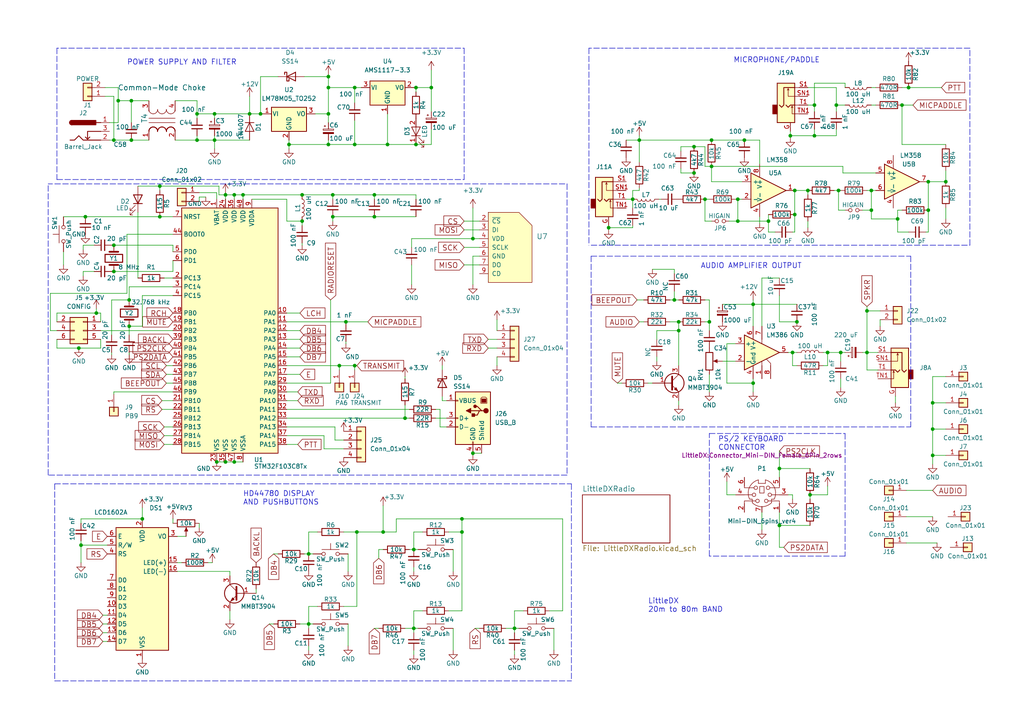
<source format=kicad_sch>
(kicad_sch (version 20211123) (generator eeschema)
  (paper "A4")
  (junction (at 234.315 55.245))
  (junction (at 120.65 41.91))
  (junction (at 65.405 56.515))
  (junction (at 67.945 56.515))
  (junction (at 95.25 22.225))
  (junction (at 125.095 25.4))
  (junction (at 206.375 48.26))
  (junction (at 100.33 93.345))
  (junction (at 120.015 159.385))
  (junction (at 231.14 93.345))
  (junction (at 269.24 52.705))
  (junction (at 108.585 62.865))
  (junction (at 230.505 62.23))
  (junction (at 218.44 111.125))
  (junction (at 83.82 41.91))
  (junction (at 72.39 33.02))
  (junction (at 34.29 29.21))
  (junction (at 201.295 42.545))
  (junction (at 102.87 25.4))
  (junction (at 229.235 39.37))
  (junction (at 251.46 90.17))
  (junction (at 57.15 40.64))
  (junction (at 226.06 135.89))
  (junction (at 95.25 41.91))
  (junction (at 65.405 133.985))
  (junction (at 95.25 33.02))
  (junction (at 133.985 150.495))
  (junction (at 33.02 71.12))
  (junction (at 102.87 106.045))
  (junction (at 102.87 41.91))
  (junction (at 270.51 132.08))
  (junction (at 251.46 102.235))
  (junction (at 95.25 25.4))
  (junction (at 218.44 88.265))
  (junction (at 37.465 86.995))
  (junction (at 24.765 62.865))
  (junction (at 137.16 69.215))
  (junction (at 38.1 29.21))
  (junction (at 261.62 30.48))
  (junction (at 89.535 160.655))
  (junction (at 270.51 124.46))
  (junction (at 236.22 30.48))
  (junction (at 204.47 57.785))
  (junction (at 270.51 116.84))
  (junction (at 196.85 93.345))
  (junction (at 117.475 121.285))
  (junction (at 108.585 56.515))
  (junction (at 41.275 150.495))
  (junction (at 206.375 40.64))
  (junction (at 96.52 62.865))
  (junction (at 22.86 100.965))
  (junction (at 201.295 50.165))
  (junction (at 38.1 40.64))
  (junction (at 37.465 94.615))
  (junction (at 215.9 40.64))
  (junction (at 33.02 78.74))
  (junction (at 62.865 133.985))
  (junction (at 98.425 106.045))
  (junction (at 230.505 55.245))
  (junction (at 234.95 143.51))
  (junction (at 27.94 90.805))
  (junction (at 213.995 64.135))
  (junction (at 120.015 182.245))
  (junction (at 75.565 33.02))
  (junction (at 236.22 39.37))
  (junction (at 176.53 66.04))
  (junction (at 222.885 64.135))
  (junction (at 87.63 64.135))
  (junction (at 70.485 56.515))
  (junction (at 269.24 60.96))
  (junction (at 67.945 133.985))
  (junction (at 274.32 52.705))
  (junction (at 196.85 95.885))
  (junction (at 120.65 25.4))
  (junction (at 240.03 102.235))
  (junction (at 137.16 131.445))
  (junction (at 57.15 33.02))
  (junction (at 62.23 40.64))
  (junction (at 252.73 55.245))
  (junction (at 185.42 40.64))
  (junction (at 242.57 30.48))
  (junction (at 263.525 25.4))
  (junction (at 252.73 60.96))
  (junction (at 46.355 53.975))
  (junction (at 213.995 57.785))
  (junction (at 205.74 93.345))
  (junction (at 103.505 154.305))
  (junction (at 46.355 62.865))
  (junction (at 195.58 86.995))
  (junction (at 260.35 63.5))
  (junction (at 62.23 33.02))
  (junction (at 96.52 56.515))
  (junction (at 243.84 102.235))
  (junction (at 111.125 154.305))
  (junction (at 243.205 55.245))
  (junction (at 33.02 40.64))
  (junction (at 229.87 102.235))
  (junction (at 149.225 182.245))
  (junction (at 226.06 152.4))
  (junction (at 89.535 180.975))
  (junction (at 183.515 57.785))
  (junction (at 23.495 158.115))
  (junction (at 133.985 154.305))
  (junction (at 112.395 41.91))
  (junction (at 87.63 56.515))
  (wire (pts (xy 88.265 22.225) (xy 95.25 22.225)))
  (wire (pts (xy 236.22 39.37) (xy 229.235 39.37)))
  (wire (pts (xy 229.87 106.045) (xy 231.14 106.045)))
  (wire (pts (xy 117.475 109.22) (xy 117.475 109.855)))
  (wire (pts (xy 51.435 165.735) (xy 66.675 165.735)))
  (wire (pts (xy 24.13 71.12) (xy 27.305 71.12)))
  (wire (pts (xy 57.15 29.21) (xy 57.15 33.02)))
  (wire (pts (xy 120.015 159.385) (xy 121.285 159.385)))
  (wire (pts (xy 97.155 127.635) (xy 99.695 127.635)))
  (wire (pts (xy 57.15 40.64) (xy 57.15 39.37)))
  (wire (pts (xy 120.65 25.4) (xy 120.65 26.67)))
  (wire (pts (xy 183.515 55.245) (xy 183.515 57.785)))
  (wire (pts (xy 137.16 74.295) (xy 139.065 74.295)))
  (wire (pts (xy 95.25 40.64) (xy 95.25 41.91)))
  (wire (pts (xy 75.565 33.02) (xy 76.2 33.02)))
  (wire (pts (xy 195.58 78.105) (xy 195.58 79.375)))
  (wire (pts (xy 111.125 146.685) (xy 111.125 154.305)))
  (wire (pts (xy 83.185 126.365) (xy 93.98 126.365)))
  (wire (pts (xy 269.24 52.705) (xy 274.32 52.705)))
  (wire (pts (xy 125.095 20.32) (xy 125.095 25.4)))
  (wire (pts (xy 228.6 102.235) (xy 229.87 102.235)))
  (wire (pts (xy 83.185 116.205) (xy 86.36 116.205)))
  (wire (pts (xy 263.525 25.4) (xy 261.62 25.4)))
  (wire (pts (xy 210.82 143.51) (xy 213.36 143.51)))
  (wire (pts (xy 23.495 156.845) (xy 23.495 158.115)))
  (wire (pts (xy 87.63 64.135) (xy 87.63 65.405)))
  (wire (pts (xy 163.195 150.495) (xy 163.195 177.165)))
  (wire (pts (xy 83.185 95.885) (xy 86.995 95.885)))
  (wire (pts (xy 226.06 148.59) (xy 226.06 152.4)))
  (wire (pts (xy 234.315 55.245) (xy 230.505 55.245)))
  (wire (pts (xy 189.23 78.105) (xy 195.58 78.105)))
  (polyline (pts (xy 245.11 125.73) (xy 245.11 161.29)))
  (wire (pts (xy 215.9 40.64) (xy 220.345 40.64)))
  (wire (pts (xy 260.35 63.5) (xy 252.73 63.5)))
  (wire (pts (xy 63.5 56.515) (xy 65.405 56.515)))
  (wire (pts (xy 117.475 121.285) (xy 118.745 121.285)))
  (wire (pts (xy 137.16 69.215) (xy 139.065 69.215)))
  (wire (pts (xy 270.51 142.24) (xy 262.89 142.24)))
  (wire (pts (xy 24.13 72.39) (xy 24.13 71.12)))
  (wire (pts (xy 57.785 153.035) (xy 57.785 151.765)))
  (wire (pts (xy 226.06 152.4) (xy 226.06 158.75)))
  (wire (pts (xy 47.625 123.825) (xy 50.165 123.825)))
  (wire (pts (xy 37.465 83.185) (xy 37.465 86.995)))
  (wire (pts (xy 65.405 55.88) (xy 65.405 56.515)))
  (wire (pts (xy 89.535 160.655) (xy 89.535 154.305)))
  (wire (pts (xy 38.1 40.64) (xy 43.18 40.64)))
  (wire (pts (xy 46.355 62.865) (xy 50.165 62.865)))
  (wire (pts (xy 47.625 126.365) (xy 50.165 126.365)))
  (wire (pts (xy 83.185 128.905) (xy 86.36 128.905)))
  (wire (pts (xy 222.885 64.135) (xy 222.885 67.31)))
  (wire (pts (xy 62.23 40.64) (xy 72.39 40.64)))
  (wire (pts (xy 83.185 93.345) (xy 100.33 93.345)))
  (wire (pts (xy 62.23 39.37) (xy 62.23 40.64)))
  (wire (pts (xy 125.095 25.4) (xy 125.095 32.385)))
  (wire (pts (xy 137.16 131.445) (xy 139.7 131.445)))
  (wire (pts (xy 151.765 177.165) (xy 149.225 177.165)))
  (wire (pts (xy 33.02 113.665) (xy 50.165 113.665)))
  (polyline (pts (xy 164.465 137.795) (xy 13.97 137.795)))
  (wire (pts (xy 243.84 102.235) (xy 243.84 104.775)))
  (wire (pts (xy 252.73 55.245) (xy 252.73 60.96)))
  (wire (pts (xy 120.015 177.165) (xy 120.015 182.245)))
  (wire (pts (xy 62.865 133.985) (xy 65.405 133.985)))
  (wire (pts (xy 183.515 55.245) (xy 185.42 55.245)))
  (wire (pts (xy 205.74 108.585) (xy 205.74 113.665)))
  (wire (pts (xy 14.605 85.09) (xy 36.83 85.09)))
  (wire (pts (xy 100.33 99.06) (xy 100.33 99.695)))
  (wire (pts (xy 260.35 60.96) (xy 261.62 60.96)))
  (wire (pts (xy 194.31 86.995) (xy 195.58 86.995)))
  (wire (pts (xy 236.22 24.13) (xy 245.11 24.13)))
  (wire (pts (xy 89.535 180.975) (xy 89.535 182.245)))
  (wire (pts (xy 67.945 56.515) (xy 67.945 57.785)))
  (wire (pts (xy 234.95 143.51) (xy 234.95 144.78)))
  (wire (pts (xy 240.03 102.235) (xy 240.03 106.045)))
  (wire (pts (xy 117.475 182.245) (xy 120.015 182.245)))
  (wire (pts (xy 131.445 182.245) (xy 131.445 188.595)))
  (polyline (pts (xy 113.03 13.97) (xy 16.51 13.97)))
  (wire (pts (xy 34.29 29.21) (xy 34.29 35.56)))
  (wire (pts (xy 89.535 154.305) (xy 92.075 154.305)))
  (wire (pts (xy 66.675 165.735) (xy 66.675 167.005)))
  (wire (pts (xy 83.185 90.805) (xy 86.995 90.805)))
  (wire (pts (xy 27.94 89.535) (xy 27.94 90.805)))
  (wire (pts (xy 176.53 66.04) (xy 176.53 66.675)))
  (wire (pts (xy 102.87 25.4) (xy 95.25 25.4)))
  (wire (pts (xy 30.48 27.94) (xy 33.02 27.94)))
  (wire (pts (xy 38.1 29.21) (xy 43.18 29.21)))
  (wire (pts (xy 102.87 107.315) (xy 102.87 106.045)))
  (wire (pts (xy 120.015 154.305) (xy 122.555 154.305)))
  (wire (pts (xy 196.85 95.885) (xy 196.85 106.045)))
  (wire (pts (xy 197.485 48.895) (xy 197.485 50.165)))
  (wire (pts (xy 47.625 80.645) (xy 50.165 80.645)))
  (polyline (pts (xy 113.665 13.97) (xy 134.62 13.97)))
  (wire (pts (xy 243.84 102.235) (xy 245.11 102.235)))
  (wire (pts (xy 98.425 106.045) (xy 98.425 107.315)))
  (wire (pts (xy 46.355 53.975) (xy 63.5 53.975)))
  (wire (pts (xy 243.84 112.395) (xy 243.84 109.855)))
  (wire (pts (xy 263.525 67.31) (xy 260.35 67.31)))
  (wire (pts (xy 111.125 154.305) (xy 114.935 154.305)))
  (wire (pts (xy 96.52 62.865) (xy 96.52 64.135)))
  (wire (pts (xy 163.195 177.165) (xy 159.385 177.165)))
  (wire (pts (xy 128.27 114.935) (xy 128.27 116.205)))
  (wire (pts (xy 243.205 60.96) (xy 245.11 60.96)))
  (polyline (pts (xy 13.97 137.795) (xy 13.97 53.34)))
  (wire (pts (xy 102.87 41.91) (xy 112.395 41.91)))
  (polyline (pts (xy 16.51 13.97) (xy 16.51 52.07)))
  (wire (pts (xy 185.42 54.61) (xy 185.42 55.245)))
  (wire (pts (xy 32.385 71.12) (xy 33.02 71.12)))
  (wire (pts (xy 97.155 123.825) (xy 97.155 127.635)))
  (wire (pts (xy 31.75 40.64) (xy 33.02 40.64)))
  (polyline (pts (xy 171.45 74.295) (xy 171.45 123.825)))
  (wire (pts (xy 120.65 25.4) (xy 120.015 25.4)))
  (wire (pts (xy 189.23 111.125) (xy 187.96 111.125)))
  (wire (pts (xy 270.51 149.86) (xy 262.89 149.86)))
  (wire (pts (xy 244.475 48.26) (xy 244.475 50.165)))
  (wire (pts (xy 260.35 63.5) (xy 260.35 60.96)))
  (wire (pts (xy 270.51 109.22) (xy 270.51 116.84)))
  (wire (pts (xy 31.115 183.515) (xy 29.845 183.515)))
  (wire (pts (xy 102.87 25.4) (xy 102.87 29.845)))
  (wire (pts (xy 41.275 94.615) (xy 41.275 85.725)))
  (wire (pts (xy 50.165 83.185) (xy 37.465 83.185)))
  (wire (pts (xy 23.495 150.495) (xy 23.495 151.765)))
  (wire (pts (xy 226.06 85.725) (xy 226.06 93.345)))
  (wire (pts (xy 18.415 73.025) (xy 18.415 76.835)))
  (wire (pts (xy 213.995 64.135) (xy 211.455 64.135)))
  (wire (pts (xy 41.275 147.32) (xy 41.275 150.495)))
  (wire (pts (xy 144.145 92.71) (xy 144.145 95.885)))
  (wire (pts (xy 103.505 154.305) (xy 103.505 175.895)))
  (wire (pts (xy 210.82 111.125) (xy 218.44 111.125)))
  (wire (pts (xy 16.51 90.805) (xy 27.94 90.805)))
  (wire (pts (xy 83.185 100.965) (xy 86.995 100.965)))
  (wire (pts (xy 270.51 124.46) (xy 270.51 132.08)))
  (wire (pts (xy 259.715 114.935) (xy 259.715 116.84)))
  (wire (pts (xy 234.315 64.135) (xy 234.315 66.04)))
  (wire (pts (xy 186.69 93.345) (xy 185.42 93.345)))
  (wire (pts (xy 120.015 189.865) (xy 120.015 188.595)))
  (polyline (pts (xy 15.875 197.485) (xy 165.735 197.485)))
  (wire (pts (xy 218.44 88.265) (xy 231.14 88.265)))
  (wire (pts (xy 139.065 182.245) (xy 137.795 182.245)))
  (wire (pts (xy 125.095 37.465) (xy 125.095 41.91)))
  (wire (pts (xy 37.465 94.615) (xy 41.275 94.615)))
  (wire (pts (xy 57.15 33.02) (xy 62.23 33.02)))
  (wire (pts (xy 108.585 62.865) (xy 120.65 62.865)))
  (wire (pts (xy 137.16 131.445) (xy 137.16 132.08)))
  (wire (pts (xy 230.505 62.23) (xy 230.505 67.31)))
  (wire (pts (xy 83.185 64.135) (xy 87.63 64.135)))
  (wire (pts (xy 201.295 42.545) (xy 204.47 42.545)))
  (polyline (pts (xy 171.45 123.825) (xy 264.16 123.825)))
  (wire (pts (xy 66.675 179.705) (xy 66.675 177.165)))
  (wire (pts (xy 252.73 25.4) (xy 254 25.4)))
  (wire (pts (xy 103.505 154.305) (xy 111.125 154.305)))
  (wire (pts (xy 238.76 102.235) (xy 240.03 102.235)))
  (wire (pts (xy 269.24 60.96) (xy 269.24 67.31)))
  (wire (pts (xy 218.44 86.995) (xy 218.44 88.265)))
  (polyline (pts (xy 15.875 140.335) (xy 165.735 140.335)))
  (wire (pts (xy 103.505 175.895) (xy 99.695 175.895)))
  (wire (pts (xy 261.62 30.48) (xy 264.795 30.48)))
  (wire (pts (xy 16.51 93.345) (xy 16.51 90.805)))
  (wire (pts (xy 226.06 158.75) (xy 227.33 158.75)))
  (wire (pts (xy 96.52 62.865) (xy 108.585 62.865)))
  (wire (pts (xy 24.765 62.865) (xy 46.355 62.865)))
  (polyline (pts (xy 245.11 161.29) (xy 205.74 161.29)))
  (wire (pts (xy 96.52 56.515) (xy 96.52 57.785)))
  (wire (pts (xy 95.25 33.02) (xy 95.25 35.56)))
  (wire (pts (xy 186.69 86.995) (xy 184.785 86.995)))
  (wire (pts (xy 50.165 150.495) (xy 50.165 151.765)))
  (wire (pts (xy 120.65 41.91) (xy 125.095 41.91)))
  (polyline (pts (xy 15.875 53.34) (xy 164.465 53.34)))
  (wire (pts (xy 210.82 143.51) (xy 210.82 139.7)))
  (wire (pts (xy 274.32 132.08) (xy 270.51 132.08)))
  (wire (pts (xy 114.935 150.495) (xy 133.985 150.495)))
  (wire (pts (xy 181.61 57.785) (xy 183.515 57.785)))
  (wire (pts (xy 118.745 159.385) (xy 120.015 159.385)))
  (wire (pts (xy 220.98 153.67) (xy 220.98 148.59)))
  (wire (pts (xy 210.82 99.695) (xy 210.82 111.125)))
  (wire (pts (xy 213.995 57.785) (xy 213.995 64.135)))
  (wire (pts (xy 218.44 111.125) (xy 218.44 113.665)))
  (wire (pts (xy 242.57 32.385) (xy 242.57 30.48)))
  (wire (pts (xy 33.02 78.74) (xy 50.165 78.74)))
  (wire (pts (xy 112.395 41.91) (xy 120.65 41.91)))
  (wire (pts (xy 63.5 53.975) (xy 63.5 56.515)))
  (polyline (pts (xy 171.45 71.12) (xy 281.305 71.12)))
  (wire (pts (xy 236.22 37.465) (xy 236.22 39.37)))
  (wire (pts (xy 83.185 113.665) (xy 86.36 113.665)))
  (wire (pts (xy 222.885 62.23) (xy 222.885 64.135)))
  (wire (pts (xy 83.185 108.585) (xy 86.995 108.585)))
  (wire (pts (xy 190.5 98.425) (xy 190.5 95.885)))
  (wire (pts (xy 48.26 106.045) (xy 50.165 106.045)))
  (wire (pts (xy 252.73 63.5) (xy 252.73 60.96)))
  (wire (pts (xy 229.87 102.235) (xy 231.14 102.235)))
  (wire (pts (xy 72.39 33.02) (xy 75.565 33.02)))
  (wire (pts (xy 99.695 154.305) (xy 103.505 154.305)))
  (wire (pts (xy 70.485 56.515) (xy 87.63 56.515)))
  (wire (pts (xy 61.595 163.195) (xy 60.325 163.195)))
  (wire (pts (xy 120.015 165.735) (xy 120.015 164.465)))
  (wire (pts (xy 236.22 30.48) (xy 236.22 32.385)))
  (wire (pts (xy 206.375 48.26) (xy 244.475 48.26)))
  (wire (pts (xy 122.555 177.165) (xy 120.015 177.165)))
  (wire (pts (xy 57.785 57.15) (xy 59.69 57.15)))
  (wire (pts (xy 274.32 60.325) (xy 274.32 63.5)))
  (wire (pts (xy 93.98 130.175) (xy 99.695 130.175)))
  (wire (pts (xy 195.58 84.455) (xy 195.58 86.995)))
  (wire (pts (xy 234.315 56.515) (xy 234.315 55.245)))
  (wire (pts (xy 133.985 177.165) (xy 130.175 177.165)))
  (wire (pts (xy 185.42 39.37) (xy 185.42 40.64)))
  (wire (pts (xy 32.385 86.995) (xy 37.465 86.995)))
  (wire (pts (xy 87.63 70.485) (xy 87.63 71.12)))
  (wire (pts (xy 62.23 33.02) (xy 72.39 33.02)))
  (wire (pts (xy 230.505 55.245) (xy 230.505 62.23)))
  (wire (pts (xy 251.46 102.235) (xy 254.635 102.235)))
  (wire (pts (xy 102.87 34.925) (xy 102.87 41.91)))
  (wire (pts (xy 48.26 108.585) (xy 50.165 108.585)))
  (wire (pts (xy 160.655 182.245) (xy 160.655 188.595)))
  (polyline (pts (xy 165.735 140.335) (xy 165.735 197.485)))
  (wire (pts (xy 220.98 94.615) (xy 220.98 80.645)))
  (wire (pts (xy 27.94 90.805) (xy 29.21 90.805)))
  (wire (pts (xy 95.25 22.225) (xy 95.25 25.4)))
  (wire (pts (xy 181.61 40.64) (xy 185.42 40.64)))
  (wire (pts (xy 213.995 64.135) (xy 222.885 64.135)))
  (wire (pts (xy 109.855 159.385) (xy 111.125 159.385)))
  (wire (pts (xy 33.02 71.12) (xy 50.165 71.12)))
  (wire (pts (xy 87.63 56.515) (xy 96.52 56.515)))
  (wire (pts (xy 242.57 30.48) (xy 242.57 25.4)))
  (wire (pts (xy 213.995 57.785) (xy 215.265 57.785)))
  (polyline (pts (xy 134.62 13.97) (xy 134.62 52.07)))
  (wire (pts (xy 33.02 27.94) (xy 33.02 40.64)))
  (wire (pts (xy 190.5 95.885) (xy 196.85 95.885)))
  (wire (pts (xy 269.24 52.705) (xy 269.24 60.96)))
  (wire (pts (xy 218.44 109.855) (xy 218.44 111.125)))
  (wire (pts (xy 29.21 100.965) (xy 29.21 98.425)))
  (wire (pts (xy 185.42 40.64) (xy 185.42 46.99)))
  (wire (pts (xy 245.11 24.13) (xy 245.11 25.4)))
  (wire (pts (xy 120.65 56.515) (xy 120.65 57.785)))
  (wire (pts (xy 40.005 53.975) (xy 46.355 53.975)))
  (wire (pts (xy 205.74 86.995) (xy 205.74 93.345)))
  (polyline (pts (xy 171.45 74.295) (xy 264.16 74.295)))
  (wire (pts (xy 236.22 24.13) (xy 236.22 30.48)))
  (wire (pts (xy 226.06 93.345) (xy 231.14 93.345)))
  (wire (pts (xy 73.025 57.785) (xy 83.185 57.785)))
  (wire (pts (xy 65.405 56.515) (xy 65.405 57.785)))
  (wire (pts (xy 270.51 116.84) (xy 274.32 116.84)))
  (wire (pts (xy 274.32 41.91) (xy 261.62 41.91)))
  (wire (pts (xy 197.485 50.165) (xy 201.295 50.165)))
  (wire (pts (xy 133.985 154.305) (xy 133.985 177.165)))
  (wire (pts (xy 40.005 61.595) (xy 40.005 80.645)))
  (wire (pts (xy 183.515 57.785) (xy 183.515 60.325)))
  (wire (pts (xy 36.83 85.09) (xy 36.83 67.945)))
  (wire (pts (xy 65.405 133.985) (xy 67.945 133.985)))
  (wire (pts (xy 119.38 71.755) (xy 119.38 69.215)))
  (wire (pts (xy 183.515 65.405) (xy 183.515 66.04)))
  (wire (pts (xy 34.29 35.56) (xy 31.75 35.56)))
  (wire (pts (xy 250.19 102.235) (xy 251.46 102.235)))
  (wire (pts (xy 251.46 90.17) (xy 255.27 90.17)))
  (wire (pts (xy 41.275 85.725) (xy 50.165 85.725)))
  (wire (pts (xy 89.535 160.655) (xy 90.805 160.655)))
  (wire (pts (xy 33.02 113.665) (xy 33.02 114.3)))
  (wire (pts (xy 197.485 43.815) (xy 197.485 42.545)))
  (wire (pts (xy 92.075 175.895) (xy 89.535 175.895)))
  (wire (pts (xy 229.87 102.235) (xy 229.87 106.045)))
  (wire (pts (xy 191.135 57.785) (xy 191.77 57.785)))
  (wire (pts (xy 226.06 152.4) (xy 234.95 152.4)))
  (wire (pts (xy 30.48 25.4) (xy 34.29 25.4)))
  (wire (pts (xy 51.435 155.575) (xy 53.975 155.575)))
  (wire (pts (xy 18.415 62.865) (xy 24.765 62.865)))
  (wire (pts (xy 62.23 40.64) (xy 62.23 43.18)))
  (wire (pts (xy 112.395 33.02) (xy 112.395 41.91)))
  (wire (pts (xy 229.235 38.1) (xy 229.235 39.37)))
  (wire (pts (xy 204.47 57.785) (xy 204.47 64.135)))
  (wire (pts (xy 29.845 178.435) (xy 31.115 178.435)))
  (wire (pts (xy 218.44 88.265) (xy 218.44 94.615)))
  (wire (pts (xy 120.015 182.245) (xy 120.015 183.515)))
  (wire (pts (xy 226.06 130.81) (xy 226.06 135.89)))
  (wire (pts (xy 141.605 98.425) (xy 144.145 98.425)))
  (wire (pts (xy 97.155 123.825) (xy 83.185 123.825)))
  (wire (pts (xy 180.34 111.125) (xy 179.07 111.125)))
  (wire (pts (xy 137.16 60.325) (xy 137.16 69.215)))
  (wire (pts (xy 46.99 116.205) (xy 50.165 116.205)))
  (wire (pts (xy 83.82 41.91) (xy 95.25 41.91)))
  (wire (pts (xy 100.965 160.655) (xy 100.965 165.735)))
  (wire (pts (xy 67.945 56.515) (xy 70.485 56.515)))
  (wire (pts (xy 260.35 67.31) (xy 260.35 63.5)))
  (wire (pts (xy 226.06 135.89) (xy 226.06 138.43)))
  (wire (pts (xy 80.645 160.655) (xy 79.375 160.655)))
  (wire (pts (xy 274.32 49.53) (xy 274.32 52.705)))
  (wire (pts (xy 50.165 75.565) (xy 50.165 78.74)))
  (wire (pts (xy 242.57 37.465) (xy 242.57 39.37)))
  (wire (pts (xy 74.295 170.815) (xy 74.295 172.085)))
  (wire (pts (xy 83.185 57.785) (xy 83.185 64.135)))
  (wire (pts (xy 108.585 56.515) (xy 120.65 56.515)))
  (wire (pts (xy 134.62 66.675) (xy 139.065 66.675)))
  (wire (pts (xy 183.515 66.04) (xy 176.53 66.04)))
  (wire (pts (xy 222.885 67.31) (xy 224.79 67.31)))
  (wire (pts (xy 24.13 80.01) (xy 24.13 78.74)))
  (wire (pts (xy 95.25 41.91) (xy 102.87 41.91)))
  (wire (pts (xy 134.62 64.135) (xy 139.065 64.135)))
  (wire (pts (xy 89.535 188.595) (xy 89.535 187.325)))
  (wire (pts (xy 204.47 57.785) (xy 205.74 57.785)))
  (wire (pts (xy 57.15 40.64) (xy 62.23 40.64)))
  (wire (pts (xy 251.46 90.17) (xy 251.46 102.235)))
  (wire (pts (xy 23.495 158.115) (xy 31.115 158.115)))
  (wire (pts (xy 230.505 67.31) (xy 229.87 67.31)))
  (wire (pts (xy 141.605 100.965) (xy 144.145 100.965)))
  (wire (pts (xy 229.87 144.78) (xy 229.87 143.51)))
  (wire (pts (xy 127.635 118.745) (xy 127.635 123.825)))
  (wire (pts (xy 149.225 189.865) (xy 149.225 188.595)))
  (wire (pts (xy 67.945 133.985) (xy 70.485 133.985)))
  (wire (pts (xy 100.965 180.975) (xy 100.965 187.325)))
  (wire (pts (xy 194.31 93.345) (xy 196.85 93.345)))
  (wire (pts (xy 185.42 40.64) (xy 206.375 40.64)))
  (wire (pts (xy 32.385 97.155) (xy 32.385 86.995)))
  (polyline (pts (xy 16.51 52.07) (xy 113.03 52.07)))
  (wire (pts (xy 24.13 78.74) (xy 27.305 78.74)))
  (wire (pts (xy 57.785 55.88) (xy 62.865 55.88)))
  (wire (pts (xy 37.465 102.235) (xy 37.465 102.87)))
  (polyline (pts (xy 281.305 13.97) (xy 170.815 13.97)))
  (wire (pts (xy 204.47 48.26) (xy 206.375 48.26)))
  (wire (pts (xy 209.55 88.265) (xy 218.44 88.265)))
  (wire (pts (xy 88.265 160.655) (xy 89.535 160.655)))
  (wire (pts (xy 102.87 106.045) (xy 103.505 106.045)))
  (wire (pts (xy 127.635 123.825) (xy 129.54 123.825)))
  (wire (pts (xy 254.635 107.315) (xy 251.46 107.315)))
  (wire (pts (xy 146.685 182.245) (xy 149.225 182.245)))
  (wire (pts (xy 126.365 121.285) (xy 129.54 121.285)))
  (wire (pts (xy 213.36 57.785) (xy 213.995 57.785)))
  (wire (pts (xy 236.22 30.48) (xy 234.315 30.48)))
  (wire (pts (xy 229.87 143.51) (xy 228.6 143.51)))
  (polyline (pts (xy 164.465 53.34) (xy 164.465 137.795)))
  (wire (pts (xy 46.99 118.745) (xy 50.165 118.745)))
  (wire (pts (xy 57.15 29.21) (xy 50.8 29.21)))
  (wire (pts (xy 206.375 40.64) (xy 215.9 40.64)))
  (polyline (pts (xy 170.815 13.97) (xy 170.815 71.12)))
  (wire (pts (xy 242.57 39.37) (xy 236.22 39.37)))
  (wire (pts (xy 206.375 52.705) (xy 215.265 52.705)))
  (wire (pts (xy 83.82 40.64) (xy 83.82 41.91)))
  (wire (pts (xy 89.535 175.895) (xy 89.535 180.975)))
  (wire (pts (xy 34.29 25.4) (xy 34.29 29.21)))
  (wire (pts (xy 195.58 86.995) (xy 196.85 86.995)))
  (wire (pts (xy 204.47 64.135) (xy 206.375 64.135)))
  (polyline (pts (xy 205.74 125.73) (xy 245.11 125.73)))
  (wire (pts (xy 240.03 140.97) (xy 240.03 143.51)))
  (wire (pts (xy 50.165 71.12) (xy 50.165 73.025)))
  (wire (pts (xy 83.185 103.505) (xy 86.995 103.505)))
  (wire (pts (xy 220.98 80.645) (xy 226.06 80.645)))
  (wire (pts (xy 229.235 39.37) (xy 229.235 40.005)))
  (wire (pts (xy 83.185 106.045) (xy 98.425 106.045)))
  (wire (pts (xy 22.86 100.965) (xy 16.51 100.965)))
  (wire (pts (xy 62.865 55.88) (xy 62.865 57.785)))
  (wire (pts (xy 213.36 99.695) (xy 210.82 99.695)))
  (wire (pts (xy 205.74 93.345) (xy 204.47 93.345)))
  (wire (pts (xy 100.33 93.345) (xy 106.68 93.345)))
  (wire (pts (xy 263.525 25.4) (xy 273.05 25.4)))
  (wire (pts (xy 120.015 182.245) (xy 121.285 182.245)))
  (polyline (pts (xy 13.97 53.34) (xy 15.24 53.34)))
  (wire (pts (xy 108.585 57.785) (xy 108.585 56.515)))
  (wire (pts (xy 251.46 88.9) (xy 251.46 90.17)))
  (wire (pts (xy 75.565 33.02) (xy 75.565 22.225)))
  (wire (pts (xy 95.885 86.995) (xy 95.885 111.125)))
  (wire (pts (xy 243.205 55.245) (xy 243.84 55.245)))
  (wire (pts (xy 251.46 107.315) (xy 251.46 102.235)))
  (wire (pts (xy 29.21 95.885) (xy 50.165 95.885)))
  (wire (pts (xy 196.85 116.205) (xy 196.85 117.475)))
  (wire (pts (xy 16.51 95.885) (xy 14.605 95.885)))
  (polyline (pts (xy 281.305 71.12) (xy 281.305 13.97)))
  (wire (pts (xy 243.205 55.245) (xy 243.205 60.96)))
  (wire (pts (xy 93.98 130.175) (xy 93.98 126.365)))
  (wire (pts (xy 271.78 157.48) (xy 262.89 157.48)))
  (wire (pts (xy 144.145 103.505) (xy 144.145 106.045)))
  (wire (pts (xy 119.38 76.835) (xy 119.38 82.55)))
  (wire (pts (xy 41.275 150.495) (xy 23.495 150.495)))
  (wire (pts (xy 32.385 102.235) (xy 32.385 102.87)))
  (wire (pts (xy 51.435 163.195) (xy 52.705 163.195)))
  (wire (pts (xy 23.495 158.115) (xy 23.495 163.195)))
  (wire (pts (xy 209.55 104.775) (xy 213.36 104.775)))
  (wire (pts (xy 70.485 57.785) (xy 70.485 56.515)))
  (wire (pts (xy 133.985 154.305) (xy 130.175 154.305)))
  (wire (pts (xy 79.375 180.975) (xy 78.105 180.975)))
  (polyline (pts (xy 15.875 140.335) (xy 15.875 197.485)))
  (wire (pts (xy 57.785 58.42) (xy 57.785 57.15)))
  (wire (pts (xy 65.405 56.515) (xy 67.945 56.515)))
  (wire (pts (xy 149.225 182.245) (xy 150.495 182.245)))
  (wire (pts (xy 83.82 41.91) (xy 83.82 43.18)))
  (wire (pts (xy 29.21 90.805) (xy 29.21 93.345)))
  (wire (pts (xy 62.23 33.02) (xy 62.23 34.29)))
  (wire (pts (xy 16.51 100.965) (xy 16.51 98.425)))
  (wire (pts (xy 226.06 135.89) (xy 234.95 135.89)))
  (wire (pts (xy 125.095 25.4) (xy 120.65 25.4)))
  (wire (pts (xy 109.855 182.245) (xy 108.585 182.245)))
  (wire (pts (xy 46.355 53.975) (xy 46.355 55.245)))
  (wire (pts (xy 83.185 98.425) (xy 86.995 98.425)))
  (wire (pts (xy 102.87 25.4) (xy 104.775 25.4)))
  (wire (pts (xy 22.86 100.965) (xy 29.21 100.965)))
  (wire (pts (xy 50.8 40.64) (xy 57.15 40.64)))
  (wire (pts (xy 31.115 180.975) (xy 29.845 180.975)))
  (wire (pts (xy 31.115 186.055) (xy 29.845 186.055)))
  (wire (pts (xy 95.25 25.4) (xy 95.25 33.02)))
  (wire (pts (xy 86.995 180.975) (xy 89.535 180.975)))
  (wire (pts (xy 131.445 159.385) (xy 131.445 165.735)))
  (wire (pts (xy 240.03 102.235) (xy 243.84 102.235)))
  (wire (pts (xy 98.425 106.045) (xy 102.87 106.045)))
  (wire (pts (xy 134.62 76.835) (xy 139.065 76.835)))
  (wire (pts (xy 240.03 106.045) (xy 238.76 106.045)))
  (wire (pts (xy 255.27 92.71) (xy 255.27 94.615)))
  (wire (pts (xy 242.57 30.48) (xy 245.11 30.48)))
  (wire (pts (xy 134.62 71.755) (xy 139.065 71.755)))
  (wire (pts (xy 95.25 33.02) (xy 91.44 33.02)))
  (wire (pts (xy 33.02 40.64) (xy 38.1 40.64)))
  (wire (pts (xy 205.74 93.345) (xy 205.74 95.885)))
  (wire (pts (xy 14.605 95.885) (xy 14.605 85.09)))
  (wire (pts (xy 72.39 33.02) (xy 72.39 27.94)))
  (wire (pts (xy 83.185 121.285) (xy 117.475 121.285)))
  (wire (pts (xy 196.85 93.345) (xy 196.85 95.885)))
  (wire (pts (xy 47.625 128.905) (xy 50.165 128.905)))
  (wire (pts (xy 128.27 106.045) (xy 128.27 107.315)))
  (wire (pts (xy 114.935 154.305) (xy 114.935 150.495)))
  (wire (pts (xy 57.15 33.02) (xy 57.15 34.29)))
  (wire (pts (xy 252.73 30.48) (xy 254 30.48)))
  (wire (pts (xy 252.73 60.96) (xy 250.19 60.96)))
  (wire (pts (xy 75.565 22.225) (xy 80.645 22.225)))
  (wire (pts (xy 108.585 56.515) (xy 96.52 56.515)))
  (wire (pts (xy 270.51 109.22) (xy 274.32 109.22)))
  (wire (pts (xy 95.885 111.125) (xy 83.185 111.125)))
  (wire (pts (xy 34.29 29.21) (xy 38.1 29.21)))
  (wire (pts (xy 204.47 42.545) (xy 204.47 48.26)))
  (wire (pts (xy 220.345 62.865) (xy 220.345 64.77)))
  (wire (pts (xy 244.475 50.165) (xy 254 50.165)))
  (wire (pts (xy 176.53 65.405) (xy 176.53 66.04)))
  (wire (pts (xy 206.375 48.26) (xy 206.375 52.705)))
  (wire (pts (xy 128.27 116.205) (xy 129.54 116.205)))
  (wire (pts (xy 252.73 55.245) (xy 254 55.245)))
  (polyline (pts (xy 264.16 74.295) (xy 264.16 123.825)))
  (wire (pts (xy 274.32 124.46) (xy 270.51 124.46)))
  (wire (pts (xy 220.345 40.64) (xy 220.345 47.625)))
  (polyline (pts (xy 113.665 52.07) (xy 134.62 52.07)))
  (wire (pts (xy 240.03 143.51) (xy 234.95 143.51)))
  (wire (pts (xy 100.33 93.345) (xy 100.33 93.98)))
  (wire (pts (xy 234.315 25.4) (xy 242.57 25.4)))
  (wire (pts (xy 149.225 177.165) (xy 149.225 182.245)))
  (wire (pts (xy 251.46 55.245) (xy 252.73 55.245)))
  (wire (pts (xy 95.25 21.59) (xy 95.25 22.225)))
  (wire (pts (xy 120.015 154.305) (xy 120.015 159.385)))
  (wire (pts (xy 119.38 69.215) (xy 137.16 69.215)))
  (wire (pts (xy 270.51 116.84) (xy 270.51 124.46)))
  (wire (pts (xy 137.16 82.55) (xy 137.16 74.295)))
  (wire (pts (xy 133.985 150.495) (xy 133.985 154.305)))
  (wire (pts (xy 270.51 132.08) (xy 270.51 134.62)))
  (wire (pts (xy 241.935 55.245) (xy 243.205 55.245)))
  (wire (pts (xy 149.225 182.245) (xy 149.225 183.515)))
  (polyline (pts (xy 205.74 161.29) (xy 205.74 125.73)))
  (wire (pts (xy 197.485 42.545) (xy 201.295 42.545)))
  (wire (pts (xy 38.1 35.56) (xy 38.1 29.21)))
  (wire (pts (xy 37.465 94.615) (xy 37.465 97.155)))
  (wire (pts (xy 133.985 150.495) (xy 163.195 150.495)))
  (wire (pts (xy 89.535 180.975) (xy 90.805 180.975)))
  (wire (pts (xy 126.365 118.745) (xy 127.635 118.745)))
  (wire (pts (xy 261.62 41.91) (xy 261.62 30.48)))
  (wire (pts (xy 269.24 67.31) (xy 268.605 67.31)))
  (wire (pts (xy 83.185 118.745) (xy 118.745 118.745)))
  (wire (pts (xy 109.855 161.925) (xy 109.855 159.385)))
  (wire (pts (xy 32.385 78.74) (xy 33.02 78.74)))
  (wire (pts (xy 190.5 103.505) (xy 190.5 104.775)))
  (wire (pts (xy 117.475 117.475) (xy 117.475 121.285)))
  (wire (pts (xy 48.26 111.125) (xy 50.165 111.125)))
  (wire (pts (xy 204.47 86.995) (xy 205.74 86.995)))
  (wire (pts (xy 36.83 67.945) (xy 50.165 67.945)))
  (text "POWER SUPPLY AND FILTER" (at 36.83 19.05 0) (effects (font (size 1.524 1.524)) (justify left bottom)))
  (text "PS/2 KEYBOARD\nCONNECTOR" (at 208.28 130.81 0) (effects (font (size 1.524 1.524)) (justify left bottom)))
  (text "MICROPHONE/PADDLE" (at 212.725 18.415 0) (effects (font (size 1.524 1.524)) (justify left bottom)))
  (text "AUDIO AMPLIFIER OUTPUT" (at 203.2 78.105 0) (effects (font (size 1.524 1.524)) (justify left bottom)))
  (text "LittleDX\n20m to 80m BAND\n" (at 187.96 177.8 0) (effects (font (size 1.524 1.524)) (justify left bottom)))
  (text "HD44780 DISPLAY\nAND PUSHBUTTONS" (at 70.485 146.685 0) (effects (font (size 1.524 1.524)) (justify left bottom)))
  (global_label "DB4" (shape input) (at 29.845 178.435 180) (effects (font (size 1.524 1.524))) (property "Intersheet References" "${INTERSHEET_REFS}" (effects hide)))
  (global_label "PS2CLK" (shape input) (at 226.06 130.81 0) (effects (font (size 1.524 1.524))) (property "Intersheet References" "${INTERSHEET_REFS}" (effects hide)))
  (global_label "RS" (shape input) (at 137.795 182.245 270) (effects (font (size 1.524 1.524))) (property "Intersheet References" "${INTERSHEET_REFS}" (effects hide)))
  (global_label "RS" (shape input) (at 31.115 160.655 180) (effects (font (size 1.524 1.524))) (property "Intersheet References" "${INTERSHEET_REFS}" (effects hide)))
  (global_label "BACKL" (shape input) (at 74.295 163.195 90) (effects (font (size 1.524 1.524))) (property "Intersheet References" "${INTERSHEET_REFS}" (effects hide)))
  (global_label "DB5" (shape input) (at 29.845 180.975 180) (effects (font (size 1.524 1.524))) (property "Intersheet References" "${INTERSHEET_REFS}" (effects hide)))
  (global_label "CS" (shape input) (at 134.62 64.135 180) (effects (font (size 1.524 1.524))) (property "Intersheet References" "${INTERSHEET_REFS}" (effects hide)))
  (global_label "BEEPOUT" (shape input) (at 48.26 111.125 180) (effects (font (size 1.524 1.524))) (property "Intersheet References" "${INTERSHEET_REFS}" (effects hide)))
  (global_label "SDA" (shape input) (at 48.26 108.585 180) (effects (font (size 1.524 1.524))) (property "Intersheet References" "${INTERSHEET_REFS}" (effects hide)))
  (global_label "SCL" (shape input) (at 48.26 106.045 180) (effects (font (size 1.524 1.524))) (property "Intersheet References" "${INTERSHEET_REFS}" (effects hide)))
  (global_label "PS2DATA" (shape input) (at 227.33 158.75 0) (effects (font (size 1.524 1.524))) (property "Intersheet References" "${INTERSHEET_REFS}" (effects hide)))
  (global_label "DB6" (shape input) (at 86.995 100.965 0) (effects (font (size 1.524 1.524))) (property "Intersheet References" "${INTERSHEET_REFS}" (effects hide)))
  (global_label "MICPADDLE" (shape input) (at 106.68 93.345 0) (effects (font (size 1.524 1.524))) (property "Intersheet References" "${INTERSHEET_REFS}" (effects hide)))
  (global_label "SCK" (shape input) (at 134.62 71.755 180) (effects (font (size 1.524 1.524))) (property "Intersheet References" "${INTERSHEET_REFS}" (effects hide)))
  (global_label "CS" (shape input) (at 46.99 116.205 180) (effects (font (size 1.524 1.524))) (property "Intersheet References" "${INTERSHEET_REFS}" (effects hide)))
  (global_label "TRANSMIT" (shape input) (at 103.505 106.045 0) (effects (font (size 1.524 1.524))) (property "Intersheet References" "${INTERSHEET_REFS}" (effects hide)))
  (global_label "RS" (shape input) (at 46.99 118.745 180) (effects (font (size 1.524 1.524))) (property "Intersheet References" "${INTERSHEET_REFS}" (effects hide)))
  (global_label "AUDIO" (shape input) (at 185.42 93.345 180) (effects (font (size 1.524 1.524))) (property "Intersheet References" "${INTERSHEET_REFS}" (effects hide)))
  (global_label "DB7" (shape input) (at 108.585 182.245 270) (effects (font (size 1.524 1.524))) (property "Intersheet References" "${INTERSHEET_REFS}" (effects hide)))
  (global_label "BACKL" (shape input) (at 50.165 98.425 180) (effects (font (size 1.524 1.524))) (property "Intersheet References" "${INTERSHEET_REFS}" (effects hide)))
  (global_label "AUDIO" (shape input) (at 270.51 142.24 0) (effects (font (size 1.524 1.524))) (property "Intersheet References" "${INTERSHEET_REFS}" (effects hide)))
  (global_label "RCH" (shape input) (at 50.165 90.805 180) (effects (font (size 1.524 1.524))) (property "Intersheet References" "${INTERSHEET_REFS}" (effects hide)))
  (global_label "DB5" (shape input) (at 78.105 180.975 270) (effects (font (size 1.524 1.524))) (property "Intersheet References" "${INTERSHEET_REFS}" (effects hide)))
  (global_label "BEEPOUT" (shape input) (at 184.785 86.995 180) (effects (font (size 1.524 1.524))) (property "Intersheet References" "${INTERSHEET_REFS}" (effects hide)))
  (global_label "DB6" (shape input) (at 109.855 161.925 270) (effects (font (size 1.524 1.524))) (property "Intersheet References" "${INTERSHEET_REFS}" (effects hide)))
  (global_label "SCK" (shape input) (at 47.625 123.825 180) (effects (font (size 1.524 1.524))) (property "Intersheet References" "${INTERSHEET_REFS}" (effects hide)))
  (global_label "PTT" (shape input) (at 86.36 128.905 0) (effects (font (size 1.524 1.524))) (property "Intersheet References" "${INTERSHEET_REFS}" (effects hide)))
  (global_label "SPKR" (shape input) (at 251.46 88.9 90) (effects (font (size 1.524 1.524))) (property "Intersheet References" "${INTERSHEET_REFS}" (effects hide)))
  (global_label "TXD" (shape input) (at 86.36 113.665 0) (effects (font (size 1.524 1.524))) (property "Intersheet References" "${INTERSHEET_REFS}" (effects hide)))
  (global_label "DB4" (shape input) (at 86.995 95.885 0) (effects (font (size 1.524 1.524))) (property "Intersheet References" "${INTERSHEET_REFS}" (effects hide)))
  (global_label "RXD" (shape input) (at 141.605 100.965 180) (effects (font (size 1.524 1.524))) (property "Intersheet References" "${INTERSHEET_REFS}" (effects hide)))
  (global_label "DB7" (shape input) (at 29.845 186.055 180) (effects (font (size 1.524 1.524))) (property "Intersheet References" "${INTERSHEET_REFS}" (effects hide)))
  (global_label "MOSI" (shape input) (at 134.62 66.675 180) (effects (font (size 1.524 1.524))) (property "Intersheet References" "${INTERSHEET_REFS}" (effects hide)))
  (global_label "DB4" (shape input) (at 79.375 160.655 270) (effects (font (size 1.524 1.524))) (property "Intersheet References" "${INTERSHEET_REFS}" (effects hide)))
  (global_label "DB7" (shape input) (at 86.995 103.505 0) (effects (font (size 1.524 1.524))) (property "Intersheet References" "${INTERSHEET_REFS}" (effects hide)))
  (global_label "DB5" (shape input) (at 86.995 98.425 0) (effects (font (size 1.524 1.524))) (property "Intersheet References" "${INTERSHEET_REFS}" (effects hide)))
  (global_label "PTT" (shape input) (at 273.05 25.4 0) (effects (font (size 1.524 1.524))) (property "Intersheet References" "${INTERSHEET_REFS}" (effects hide)))
  (global_label "MOSI" (shape input) (at 47.625 128.905 180) (effects (font (size 1.524 1.524))) (property "Intersheet References" "${INTERSHEET_REFS}" (effects hide)))
  (global_label "PS2DATA" (shape input) (at 50.165 103.505 180) (effects (font (size 1.524 1.524))) (property "Intersheet References" "${INTERSHEET_REFS}" (effects hide)))
  (global_label "MISO" (shape input) (at 134.62 76.835 180) (effects (font (size 1.524 1.524))) (property "Intersheet References" "${INTERSHEET_REFS}" (effects hide)))
  (global_label "E" (shape input) (at 31.115 155.575 180) (effects (font (size 1.524 1.524))) (property "Intersheet References" "${INTERSHEET_REFS}" (effects hide)))
  (global_label "DB6" (shape input) (at 29.845 183.515 180) (effects (font (size 1.524 1.524))) (property "Intersheet References" "${INTERSHEET_REFS}" (effects hide)))
  (global_label "MISO" (shape input) (at 47.625 126.365 180) (effects (font (size 1.524 1.524))) (property "Intersheet References" "${INTERSHEET_REFS}" (effects hide)))
  (global_label "TXD" (shape input) (at 141.605 98.425 180) (effects (font (size 1.524 1.524))) (property "Intersheet References" "${INTERSHEET_REFS}" (effects hide)))
  (global_label "RXD" (shape input) (at 86.36 116.205 0) (effects (font (size 1.524 1.524))) (property "Intersheet References" "${INTERSHEET_REFS}" (effects hide)))
  (global_label "MICPADDLE" (shape input) (at 264.795 30.48 0) (effects (font (size 1.524 1.524))) (property "Intersheet References" "${INTERSHEET_REFS}" (effects hide)))
  (global_label "PS2CLK" (shape input) (at 50.165 100.965 180) (effects (font (size 1.524 1.524))) (property "Intersheet References" "${INTERSHEET_REFS}" (effects hide)))
  (global_label "RADIORESET" (shape input) (at 95.885 86.995 90) (effects (font (size 1.524 1.524))) (property "Intersheet References" "${INTERSHEET_REFS}" (effects hide)))
  (global_label "MUTE" (shape input) (at 179.07 111.125 90) (effects (font (size 1.524 1.524))) (property "Intersheet References" "${INTERSHEET_REFS}" (effects hide)))
  (global_label "E" (shape input) (at 86.995 108.585 0) (effects (font (size 1.524 1.524))) (property "Intersheet References" "${INTERSHEET_REFS}" (effects hide)))
  (global_label "MUTE" (shape input) (at 50.165 93.345 180) (effects (font (size 1.524 1.524))) (property "Intersheet References" "${INTERSHEET_REFS}" (effects hide)))
  (global_label "LCH" (shape input) (at 86.995 90.805 0) (effects (font (size 1.524 1.524))) (property "Intersheet References" "${INTERSHEET_REFS}" (effects hide)))
  (symbol (lib_id "LittleDX-rescue:Barrel_Jack") (at 24.13 38.1 0) (unit 1)
    (property "Reference" "J2" (at 24.13 32.766 0))
    (property "Value" "Barrel_Jack" (at 24.13 42.545 0))
    (property "Footprint" "Connectors:BARREL_JACK" (effects hide))
  )
  (symbol (lib_id "LittleDX-rescue:CP_Small") (at 62.23 36.83 0) (unit 1)
    (property "Reference" "C3" (at 62.484 35.052 0) (effects (justify left)))
    (property "Value" "1000 uF" (at 62.484 38.862 0) (effects (justify left)))
    (property "Footprint" "Capacitors_THT:CP_Radial_D8.0mm_P3.50mm" (effects hide))
  )
  (symbol (lib_id "LittleDX-rescue:GND") (at 83.82 43.18 0) (unit 1)
    (property "Reference" "#PWR01" (effects hide))
    (property "Value" "GND" (at 83.82 46.99 0))
  )
  (symbol (lib_id "LittleDX-rescue:GND") (at 62.23 43.18 0) (unit 1)
    (property "Reference" "#PWR02" (effects hide))
    (property "Value" "GND" (at 62.23 46.99 0))
  )
  (symbol (lib_id "LittleDX-rescue:+12V") (at 72.39 27.94 0) (unit 1)
    (property "Reference" "#PWR03" (effects hide))
    (property "Value" "+12V" (at 72.39 24.384 0))
  )
  (symbol (lib_id "LittleDX-rescue:+5V") (at 95.25 21.59 0) (unit 1)
    (property "Reference" "#PWR04" (effects hide))
    (property "Value" "+5V" (at 95.25 18.034 0))
  )
  (symbol (lib_id "LittleDX-rescue:CP_Small") (at 95.25 38.1 0) (unit 1)
    (property "Reference" "C6" (at 95.504 36.322 0) (effects (justify left)))
    (property "Value" "100 uF" (at 95.504 40.132 0) (effects (justify left)))
    (property "Footprint" "Capacitors_THT:CP_Radial_D5.0mm_P2.50mm" (effects hide))
  )
  (symbol (lib_id "LittleDX-rescue:R") (at 120.65 30.48 0) (unit 1)
    (property "Reference" "R4" (at 122.682 30.48 90))
    (property "Value" "1k" (at 120.65 30.48 90))
    (property "Footprint" "Resistor_SMD:R_0805_2012Metric_Pad1.20x1.40mm_HandSolder" (effects hide))
    (property "LCSC" "C17513" (effects hide))
  )
  (symbol (lib_id "LittleDX-rescue:LED") (at 120.65 38.1 90) (unit 1)
    (property "Reference" "D3" (at 118.11 38.1 0))
    (property "Value" "LED" (at 123.19 38.1 0))
    (property "Footprint" "LED_SMD:LED_0805_2012Metric_Pad1.15x1.40mm_HandSolder" (effects hide))
    (property "LCSC" "C2296" (effects hide))
  )
  (symbol (lib_id "LittleDX-rescue:D") (at 72.39 36.83 270) (unit 1)
    (property "Reference" "D1" (at 74.93 36.83 0))
    (property "Value" "1N4007" (at 69.85 36.83 0))
    (property "Footprint" "Diode_THT:D_DO-41_SOD81_P7.62mm_Horizontal" (effects hide))
  )
  (symbol (lib_id "LittleDX-rescue:GND") (at 218.44 113.665 0) (unit 1)
    (property "Reference" "#PWR013" (effects hide))
    (property "Value" "GND" (at 218.44 117.475 0))
  )
  (symbol (lib_id "LittleDX-rescue:LM386") (at 220.98 102.235 0) (unit 1)
    (property "Reference" "U3" (at 222.25 94.615 0) (effects (justify left)))
    (property "Value" "LM386" (at 222.25 97.155 0) (effects (justify left)))
    (property "Footprint" "Package_SO:SOP-8_3.9x4.9mm_P1.27mm" (effects hide))
    (property "LCSC" "C383071" (effects hide))
  )
  (symbol (lib_id "LittleDX-rescue:POT") (at 205.74 104.775 0) (unit 1)
    (property "Reference" "RV1" (at 203.2 108.585 90))
    (property "Value" "10k" (at 208.28 108.585 90))
    (property "Footprint" "LittleDX:Potentiometer_Big_Small_Combined" (effects hide))
  )
  (symbol (lib_id "LittleDX-rescue:GND") (at 205.74 113.665 0) (unit 1)
    (property "Reference" "#PWR014" (effects hide))
    (property "Value" "GND" (at 205.74 117.475 0))
  )
  (symbol (lib_id "LittleDX-rescue:GND") (at 259.715 116.84 0) (unit 1)
    (property "Reference" "#PWR015" (effects hide))
    (property "Value" "GND" (at 259.715 120.65 0))
  )
  (symbol (lib_id "LittleDX-rescue:CP_Small") (at 247.65 102.235 90) (unit 1)
    (property "Reference" "C19" (at 245.872 101.981 0) (effects (justify left)))
    (property "Value" "220 uF" (at 248.92 97.155 90) (effects (justify left)))
    (property "Footprint" "Capacitors_THT:CP_Radial_D7.5mm_P2.50mm" (effects hide))
  )
  (symbol (lib_id "LittleDX-rescue:C_Small") (at 100.33 96.52 180) (unit 1)
    (property "Reference" "C7" (at 100.076 98.298 0) (effects (justify left)))
    (property "Value" "1 nF" (at 102.235 91.44 0) (effects (justify left)))
    (property "Footprint" "Capacitor_SMD:C_0805_2012Metric_Pad1.18x1.45mm_HandSolder" (effects hide))
    (property "LCSC" "C46653" (effects hide))
  )
  (symbol (lib_id "LittleDX-rescue:Conn_01x02") (at 25.4 27.94 180) (unit 1)
    (property "Reference" "J1" (at 25.4 30.48 0))
    (property "Value" "POWER" (at 25.4 22.86 0))
    (property "Footprint" "Connectors_Terminal_Blocks:TerminalBlock_bornier-2_P5.08mm" (effects hide))
  )
  (symbol (lib_id "LittleDX-rescue:Conn_01x01") (at 279.4 109.22 0) (unit 1)
    (property "Reference" "J3" (at 279.4 106.68 0))
    (property "Value" "Conn_01x01" (at 279.4 111.76 0))
    (property "Footprint" "Connectors:1pin" (effects hide))
  )
  (symbol (lib_id "LittleDX-rescue:Conn_01x01") (at 279.4 116.84 0) (unit 1)
    (property "Reference" "J4" (at 279.4 114.3 0))
    (property "Value" "Conn_01x01" (at 279.4 119.38 0))
    (property "Footprint" "Connectors:1pin" (effects hide))
  )
  (symbol (lib_id "LittleDX-rescue:Conn_01x01") (at 279.4 132.08 0) (unit 1)
    (property "Reference" "J7" (at 279.4 129.54 0))
    (property "Value" "Conn_01x01" (at 279.4 134.62 0))
    (property "Footprint" "Connectors:1pin" (effects hide))
  )
  (symbol (lib_id "LittleDX-rescue:Conn_01x01") (at 279.4 124.46 0) (unit 1)
    (property "Reference" "J6" (at 279.4 121.92 0))
    (property "Value" "Conn_01x01" (at 279.4 127 0))
    (property "Footprint" "Connectors:1pin" (effects hide))
  )
  (symbol (lib_id "LittleDX-rescue:SW_Push") (at 95.885 160.655 0) (unit 1)
    (property "Reference" "SW2" (at 97.155 158.115 0) (effects (justify left)))
    (property "Value" "SW_Push" (at 95.885 162.179 0))
    (property "Footprint" "Buttons_Switches_THT:SW_PUSH_6mm" (effects hide))
  )
  (symbol (lib_id "LittleDX-rescue:GND") (at 100.965 165.735 0) (unit 1)
    (property "Reference" "#PWR017" (effects hide))
    (property "Value" "GND" (at 100.965 169.545 0))
  )
  (symbol (lib_id "LittleDX-rescue:C_Small") (at 89.535 163.195 180) (unit 1)
    (property "Reference" "C10" (at 89.281 164.973 0) (effects (justify left)))
    (property "Value" "100 nF" (at 92.71 163.195 90) (effects (justify left)))
    (property "Footprint" "Capacitor_SMD:C_0805_2012Metric_Pad1.18x1.45mm_HandSolder" (effects hide))
    (property "LCSC" "C49678" (effects hide))
  )
  (symbol (lib_id "LittleDX-rescue:GND") (at 89.535 165.735 0) (unit 1)
    (property "Reference" "#PWR018" (effects hide))
    (property "Value" "GND" (at 89.535 169.545 0))
  )
  (symbol (lib_id "LittleDX-rescue:R") (at 95.885 154.305 90) (unit 1)
    (property "Reference" "R6" (at 95.885 152.273 90))
    (property "Value" "1k" (at 95.885 154.305 90))
    (property "Footprint" "Resistor_SMD:R_0805_2012Metric_Pad1.20x1.40mm_HandSolder" (effects hide))
    (property "LCSC" "C17513" (effects hide))
  )
  (symbol (lib_id "LittleDX-rescue:SW_Push") (at 126.365 159.385 0) (unit 1)
    (property "Reference" "SW3" (at 127.635 156.845 0) (effects (justify left)))
    (property "Value" "SW_Push" (at 126.365 160.909 0))
    (property "Footprint" "Buttons_Switches_THT:SW_PUSH_6mm" (effects hide))
  )
  (symbol (lib_id "LittleDX-rescue:GND") (at 131.445 165.735 0) (unit 1)
    (property "Reference" "#PWR019" (effects hide))
    (property "Value" "GND" (at 131.445 169.545 0))
  )
  (symbol (lib_id "LittleDX-rescue:C_Small") (at 120.015 161.925 180) (unit 1)
    (property "Reference" "C16" (at 125.095 164.465 0) (effects (justify left)))
    (property "Value" "100 nF" (at 116.84 162.56 90) (effects (justify left)))
    (property "Footprint" "Capacitor_SMD:C_0805_2012Metric_Pad1.18x1.45mm_HandSolder" (effects hide))
    (property "LCSC" "C49678" (effects hide))
  )
  (symbol (lib_id "LittleDX-rescue:GND") (at 120.015 165.735 0) (unit 1)
    (property "Reference" "#PWR020" (effects hide))
    (property "Value" "GND" (at 120.015 169.545 0))
  )
  (symbol (lib_id "LittleDX-rescue:R") (at 126.365 154.305 90) (unit 1)
    (property "Reference" "R12" (at 126.365 152.273 90))
    (property "Value" "1k" (at 126.365 154.305 90))
    (property "Footprint" "Resistor_SMD:R_0805_2012Metric_Pad1.20x1.40mm_HandSolder" (effects hide))
    (property "LCSC" "C17513" (effects hide))
  )
  (symbol (lib_id "LittleDX-rescue:SW_Push") (at 126.365 182.245 0) (unit 1)
    (property "Reference" "SW4" (at 127.635 179.705 0) (effects (justify left)))
    (property "Value" "SW_Push" (at 126.365 183.769 0))
    (property "Footprint" "Buttons_Switches_THT:SW_PUSH_6mm" (effects hide))
  )
  (symbol (lib_id "LittleDX-rescue:GND") (at 131.445 188.595 0) (unit 1)
    (property "Reference" "#PWR021" (effects hide))
    (property "Value" "GND" (at 131.445 192.405 0))
  )
  (symbol (lib_id "LittleDX-rescue:C_Small") (at 120.015 186.055 180) (unit 1)
    (property "Reference" "C17" (at 117.475 186.055 0) (effects (justify left)))
    (property "Value" "100 nF" (at 122.555 184.785 90) (effects (justify left)))
    (property "Footprint" "Capacitor_SMD:C_0805_2012Metric_Pad1.18x1.45mm_HandSolder" (effects hide))
    (property "LCSC" "C49678" (effects hide))
  )
  (symbol (lib_id "LittleDX-rescue:GND") (at 120.015 189.865 0) (unit 1)
    (property "Reference" "#PWR022" (effects hide))
    (property "Value" "GND" (at 120.015 193.675 0))
  )
  (symbol (lib_id "LittleDX-rescue:R") (at 126.365 177.165 90) (unit 1)
    (property "Reference" "R13" (at 126.365 175.133 90))
    (property "Value" "1k" (at 126.365 177.165 90))
    (property "Footprint" "Resistor_SMD:R_0805_2012Metric_Pad1.20x1.40mm_HandSolder" (effects hide))
    (property "LCSC" "C17513" (effects hide))
  )
  (symbol (lib_id "LittleDX-rescue:R") (at 190.5 93.345 90) (unit 1)
    (property "Reference" "R32" (at 190.5 91.313 90))
    (property "Value" "22k" (at 190.5 93.345 90))
    (property "Footprint" "Resistor_SMD:R_0805_2012Metric_Pad1.20x1.40mm_HandSolder" (effects hide))
    (property "LCSC" "C17560" (effects hide))
  )
  (symbol (lib_id "LittleDX-rescue:SW_Push") (at 95.885 180.975 0) (unit 1)
    (property "Reference" "SW5" (at 97.155 178.435 0) (effects (justify left)))
    (property "Value" "SW_Push" (at 95.885 182.499 0))
    (property "Footprint" "Buttons_Switches_THT:SW_PUSH_6mm" (effects hide))
  )
  (symbol (lib_id "LittleDX-rescue:GND") (at 100.965 187.325 0) (unit 1)
    (property "Reference" "#PWR023" (effects hide))
    (property "Value" "GND" (at 100.965 191.135 0))
  )
  (symbol (lib_id "LittleDX-rescue:C_Small") (at 89.535 184.785 180) (unit 1)
    (property "Reference" "C11" (at 89.281 186.563 0) (effects (justify left)))
    (property "Value" "100 nF" (at 93.345 183.515 90) (effects (justify left)))
    (property "Footprint" "Capacitor_SMD:C_0805_2012Metric_Pad1.18x1.45mm_HandSolder" (effects hide))
    (property "LCSC" "C49678" (effects hide))
  )
  (symbol (lib_id "LittleDX-rescue:GND") (at 89.535 188.595 0) (unit 1)
    (property "Reference" "#PWR024" (effects hide))
    (property "Value" "GND" (at 89.535 192.405 0))
  )
  (symbol (lib_id "LittleDX-rescue:R") (at 95.885 175.895 90) (unit 1)
    (property "Reference" "R33" (at 95.885 173.863 90))
    (property "Value" "1k" (at 95.885 175.895 90))
    (property "Footprint" "Resistor_SMD:R_0805_2012Metric_Pad1.20x1.40mm_HandSolder" (effects hide))
    (property "LCSC" "C17513" (effects hide))
  )
  (symbol (lib_id "LittleDX-rescue:R") (at 184.15 111.125 270) (unit 1)
    (property "Reference" "R30" (at 184.15 113.157 90))
    (property "Value" "10k" (at 184.15 111.125 90))
    (property "Footprint" "Resistor_SMD:R_0805_2012Metric_Pad1.20x1.40mm_HandSolder" (effects hide))
    (property "LCSC" "C17414" (effects hide))
  )
  (symbol (lib_id "LittleDX-rescue:GND") (at 196.85 117.475 0) (unit 1)
    (property "Reference" "#PWR025" (effects hide))
    (property "Value" "GND" (at 196.85 121.285 0))
  )
  (symbol (lib_id "LittleDX-rescue:+12V") (at 218.44 86.995 0) (unit 1)
    (property "Reference" "#PWR026" (effects hide))
    (property "Value" "+12V" (at 217.17 83.185 0))
  )
  (symbol (lib_id "LittleDX-rescue:R") (at 200.66 86.995 90) (unit 1)
    (property "Reference" "R31" (at 200.66 84.963 90))
    (property "Value" "47k" (at 200.66 86.995 90))
    (property "Footprint" "Resistor_SMD:R_0805_2012Metric_Pad1.20x1.40mm_HandSolder" (effects hide))
    (property "LCSC" "C17713" (effects hide))
  )
  (symbol (lib_id "LittleDX-rescue:C_Small") (at 205.74 98.425 0) (unit 1)
    (property "Reference" "C34" (at 207.01 100.965 0) (effects (justify left)))
    (property "Value" "100 nF" (at 203.2 102.235 90) (effects (justify left)))
    (property "Footprint" "Capacitor_SMD:C_0805_2012Metric_Pad1.18x1.45mm_HandSolder" (effects hide))
    (property "Field4" "C49678" (effects hide))
  )
  (symbol (lib_id "LittleDX-rescue:R") (at 200.66 93.345 90) (unit 1)
    (property "Reference" "R34" (at 200.66 91.313 90))
    (property "Value" "22k" (at 200.66 93.345 90))
    (property "Footprint" "Resistor_SMD:R_0805_2012Metric_Pad1.20x1.40mm_HandSolder" (effects hide))
    (property "LCSC" "C17560" (effects hide))
  )
  (symbol (lib_id "LittleDX-rescue:C_Small") (at 231.14 90.805 0) (unit 1)
    (property "Reference" "C37" (at 231.394 89.027 0) (effects (justify left)))
    (property "Value" "100 nF" (at 236.22 94.615 90) (effects (justify left)))
    (property "Footprint" "Capacitor_SMD:C_0805_2012Metric_Pad1.18x1.45mm_HandSolder" (effects hide))
    (property "LCSC" "C49678" (effects hide))
  )
  (symbol (lib_id "LittleDX-rescue:GND") (at 231.14 93.345 0) (unit 1)
    (property "Reference" "#PWR027" (effects hide))
    (property "Value" "GND" (at 231.14 97.155 0))
  )
  (symbol (lib_id "LittleDX-rescue:C_Small") (at 57.15 36.83 180) (unit 1)
    (property "Reference" "C44" (at 55.88 35.56 0) (effects (justify left)))
    (property "Value" "100 nF" (at 59.69 31.75 0) (effects (justify left)))
    (property "Footprint" "Capacitor_SMD:C_0805_2012Metric_Pad1.18x1.45mm_HandSolder" (effects hide))
    (property "LCSC" "C49678" (effects hide))
  )
  (symbol (lib_id "LittleDX-rescue:+5V") (at 61.595 163.195 0) (unit 1)
    (property "Reference" "#PWR028" (effects hide))
    (property "Value" "+5V" (at 61.595 159.639 0))
  )
  (symbol (lib_id "LittleDX-rescue:R") (at 56.515 163.195 90) (unit 1)
    (property "Reference" "R2" (at 56.515 161.163 90))
    (property "Value" "100R" (at 56.515 163.195 90))
    (property "Footprint" "Resistor_SMD:R_0805_2012Metric_Pad1.20x1.40mm_HandSolder" (effects hide))
    (property "LCSC" "C17408" (effects hide))
  )
  (symbol (lib_id "LittleDX-rescue:GND") (at 41.275 191.135 0) (unit 1)
    (property "Reference" "#PWR029" (effects hide))
    (property "Value" "GND" (at 41.275 194.945 0))
  )
  (symbol (lib_id "LittleDX-rescue:POT") (at 53.975 151.765 270) (unit 1)
    (property "Reference" "RV3" (at 53.975 147.32 90))
    (property "Value" "10k" (at 53.975 151.765 90))
    (property "Footprint" "Potentiometers:Potentiometer_Triwood_RM-065" (effects hide))
  )
  (symbol (lib_id "LittleDX-rescue:+5V") (at 50.165 150.495 0) (unit 1)
    (property "Reference" "#PWR031" (effects hide))
    (property "Value" "+5V" (at 50.165 146.939 0))
  )
  (symbol (lib_id "LittleDX-rescue:GND") (at 57.785 153.035 0) (unit 1)
    (property "Reference" "#PWR032" (effects hide))
    (property "Value" "GND" (at 57.785 156.845 0))
  )
  (symbol (lib_id "LittleDX-rescue:GND") (at 23.495 163.195 0) (unit 1)
    (property "Reference" "#PWR034" (effects hide))
    (property "Value" "GND" (at 23.495 167.005 0))
  )
  (symbol (lib_id "LittleDX-rescue:R") (at 84.455 160.655 270) (unit 1)
    (property "Reference" "R29" (at 84.455 162.687 90))
    (property "Value" "10k" (at 84.455 160.655 90))
    (property "Footprint" "Resistor_SMD:R_0805_2012Metric_Pad1.20x1.40mm_HandSolder" (effects hide))
    (property "LCSC" "C17414" (effects hide))
  )
  (symbol (lib_id "LittleDX-rescue:R") (at 114.935 159.385 270) (unit 1)
    (property "Reference" "R47" (at 114.935 161.417 90))
    (property "Value" "10k" (at 114.935 159.385 90))
    (property "Footprint" "Resistor_SMD:R_0805_2012Metric_Pad1.20x1.40mm_HandSolder" (effects hide))
    (property "LCSC" "C17414" (effects hide))
  )
  (symbol (lib_id "LittleDX-rescue:R") (at 83.185 180.975 270) (unit 1)
    (property "Reference" "R3" (at 83.185 183.007 90))
    (property "Value" "10k" (at 83.185 180.975 90))
    (property "Footprint" "Resistor_SMD:R_0805_2012Metric_Pad1.20x1.40mm_HandSolder" (effects hide))
    (property "LCSC" "C17414" (effects hide))
  )
  (symbol (lib_id "LittleDX-rescue:R") (at 113.665 182.245 270) (unit 1)
    (property "Reference" "R46" (at 113.665 184.277 90))
    (property "Value" "10k" (at 113.665 182.245 90))
    (property "Footprint" "Resistor_SMD:R_0805_2012Metric_Pad1.20x1.40mm_HandSolder" (effects hide))
    (property "LCSC" "C17414" (effects hide))
  )
  (symbol (lib_id "LittleDX-rescue:C_Small") (at 23.495 154.305 0) (unit 1)
    (property "Reference" "C42" (at 23.749 152.527 0) (effects (justify left)))
    (property "Value" "100 nF" (at 20.955 156.845 90) (effects (justify left)))
    (property "Footprint" "Capacitor_SMD:C_0805_2012Metric_Pad1.18x1.45mm_HandSolder" (effects hide))
    (property "LCSC" "C49678" (effects hide))
  )
  (symbol (lib_id "LittleDX-rescue:GND") (at 66.675 179.705 0) (unit 1)
    (property "Reference" "#PWR040" (effects hide))
    (property "Value" "GND" (at 66.675 183.515 0))
  )
  (symbol (lib_id "mini-din_6pins_ver4:Mini-DIN_6pins_ver4") (at 220.98 143.51 0) (unit 1)
    (property "Reference" "P1" (at 220.98 135.89 0))
    (property "Value" "Mini-DIN_6pins_ver4" (at 220.98 151.13 0))
    (property "Footprint" "LittleDX:Connector_Mini-DIN_Female_6Pin_2rows" (at 220.98 132.08 0))
  )
  (symbol (lib_id "LittleDX-rescue:R") (at 234.95 148.59 0) (unit 1)
    (property "Reference" "R70" (at 236.982 148.59 90))
    (property "Value" "10k" (at 234.95 148.59 90))
    (property "Footprint" "Resistor_SMD:R_0805_2012Metric_Pad1.20x1.40mm_HandSolder" (effects hide))
    (property "LCSC" "C17414" (effects hide))
  )
  (symbol (lib_id "LittleDX-rescue:R") (at 234.95 139.7 0) (unit 1)
    (property "Reference" "R64" (at 236.982 139.7 90))
    (property "Value" "10k" (at 234.95 139.7 90))
    (property "Footprint" "Resistor_SMD:R_0805_2012Metric_Pad1.20x1.40mm_HandSolder" (effects hide))
    (property "LCSC" "C17414" (effects hide))
  )
  (symbol (lib_id "LittleDX-rescue:+5V") (at 240.03 140.97 0) (unit 1)
    (property "Reference" "#PWR036" (effects hide))
    (property "Value" "+5V" (at 240.03 137.414 0))
  )
  (symbol (lib_id "LittleDX-rescue:+5V") (at 210.82 139.7 0) (unit 1)
    (property "Reference" "#PWR037" (effects hide))
    (property "Value" "+5V" (at 210.82 136.144 0))
  )
  (symbol (lib_id "LittleDX-rescue:GND") (at 229.87 144.78 0) (unit 1)
    (property "Reference" "#PWR038" (effects hide))
    (property "Value" "GND" (at 229.87 148.59 0))
  )
  (symbol (lib_id "LittleDX-rescue:GND") (at 220.98 153.67 0) (unit 1)
    (property "Reference" "#PWR039" (effects hide))
    (property "Value" "GND" (at 220.98 157.48 0))
  )
  (symbol (lib_id "LittleDX-rescue:Conn_01x01") (at 280.67 158.75 0) (unit 1)
    (property "Reference" "J13" (at 280.67 156.21 0))
    (property "Value" "Conn_01x01" (at 280.67 161.29 0))
    (property "Footprint" "Connectors:1pin" (effects hide))
  )
  (symbol (lib_id "LittleDX-rescue:R") (at 74.295 167.005 180) (unit 1)
    (property "Reference" "R72" (at 72.263 167.005 90))
    (property "Value" "10k" (at 74.295 167.005 90))
    (property "Footprint" "Resistor_SMD:R_0805_2012Metric_Pad1.20x1.40mm_HandSolder" (effects hide))
    (property "LCSC" "C17414" (effects hide))
  )
  (symbol (lib_id "doublewindingtransformer:DoubleWindingTransformer") (at 46.99 34.29 90) (unit 1)
    (property "Reference" "T4" (at 41.91 34.29 0) (effects (font (size 1.524 1.524))))
    (property "Value" "Common-Mode Choke" (at 46.99 25.4 90) (effects (font (size 1.524 1.524))))
    (property "Footprint" "LittleDX:DoubleWindingTransformer" (effects hide))
  )
  (symbol (lib_id "LittleDX-rescue:GND") (at 270.51 134.62 0) (unit 1)
    (property "Reference" "#PWR041" (effects hide))
    (property "Value" "GND" (at 270.51 138.43 0))
  )
  (symbol (lib_id "LittleDX-rescue:C_Small") (at 243.84 107.315 0) (unit 1)
    (property "Reference" "C41" (at 245.11 109.855 0) (effects (justify left)))
    (property "Value" "100 nF" (at 241.3 111.125 90) (effects (justify left)))
    (property "Footprint" "Capacitor_SMD:C_0805_2012Metric_Pad1.18x1.45mm_HandSolder" (effects hide))
    (property "LCSC" "C49678" (effects hide))
  )
  (symbol (lib_id "LittleDX-rescue:GND") (at 243.84 112.395 0) (unit 1)
    (property "Reference" "#PWR042" (effects hide))
    (property "Value" "GND" (at 243.84 116.205 0))
  )
  (symbol (lib_id "LittleDX-rescue:C_Small") (at 38.1 38.1 180) (unit 1)
    (property "Reference" "C58" (at 36.83 41.91 0) (effects (justify left)))
    (property "Value" "100 nF" (at 40.64 36.83 0) (effects (justify left)))
    (property "Footprint" "Capacitor_SMD:C_0805_2012Metric_Pad1.18x1.45mm_HandSolder" (effects hide))
    (property "LCSC" "C49678" (effects hide))
  )
  (symbol (lib_id "LittleDX-rescue:CP_Small") (at 209.55 90.805 0) (unit 1)
    (property "Reference" "C53" (at 209.804 89.027 0) (effects (justify left)))
    (property "Value" "1000 uF" (at 209.804 92.837 0) (effects (justify left)))
    (property "Footprint" "Capacitors_THT:CP_Radial_D8.0mm_P3.50mm" (effects hide))
  )
  (symbol (lib_id "LittleDX-rescue:GND") (at 209.55 93.345 0) (unit 1)
    (property "Reference" "#PWR044" (effects hide))
    (property "Value" "GND" (at 209.55 97.155 0))
  )
  (symbol (lib_id "LittleDX-rescue:L") (at 234.95 102.235 90) (unit 1)
    (property "Reference" "L10" (at 234.95 103.505 90))
    (property "Value" "100 uH" (at 234.95 100.33 90))
    (property "Footprint" "Inductor_THT:L_Axial_L6.6mm_D2.7mm_P10.16mm_Horizontal_Vishay_IM-2" (effects hide))
  )
  (symbol (lib_id "LittleDX-rescue:R") (at 234.95 106.045 270) (unit 1)
    (property "Reference" "R11" (at 234.95 108.077 90))
    (property "Value" "47R" (at 234.95 106.045 90))
    (property "Footprint" "Resistor_SMD:R_0805_2012Metric_Pad1.20x1.40mm_HandSolder" (effects hide))
    (property "LCSC" "C17714" (effects hide))
  )
  (symbol (lib_id "LittleDX-rescue:Conn_01x01") (at 257.81 142.24 180) (unit 1)
    (property "Reference" "J14" (at 257.81 144.78 0))
    (property "Value" "Conn_01x01" (at 257.81 139.7 0))
    (property "Footprint" "Pin_Headers:Pin_Header_Straight_1x01_Pitch2.54mm" (effects hide))
  )
  (symbol (lib_id "LittleDX-rescue:Conn_01x01") (at 257.81 149.86 180) (unit 1)
    (property "Reference" "J15" (at 257.81 152.4 0))
    (property "Value" "Conn_01x01" (at 257.81 147.32 0))
    (property "Footprint" "Pin_Headers:Pin_Header_Straight_1x01_Pitch2.54mm" (effects hide))
  )
  (symbol (lib_id "LittleDX-rescue:GND") (at 270.51 149.86 0) (unit 1)
    (property "Reference" "#PWR045" (effects hide))
    (property "Value" "GND" (at 270.51 153.67 0))
  )
  (symbol (lib_id "LittleDX-rescue:Conn_01x01") (at 257.81 157.48 180) (unit 1)
    (property "Reference" "J16" (at 257.81 160.02 0))
    (property "Value" "Conn_01x01" (at 257.81 154.94 0))
    (property "Footprint" "Pin_Headers:Pin_Header_Straight_1x01_Pitch2.54mm" (effects hide))
  )
  (symbol (lib_id "LittleDX-rescue:GND") (at 271.78 157.48 0) (unit 1)
    (property "Reference" "#PWR046" (effects hide))
    (property "Value" "GND" (at 271.78 161.29 0))
  )
  (symbol (lib_id "LittleDX-rescue:C_Small") (at 190.5 100.965 0) (unit 1)
    (property "Reference" "C18" (at 190.754 99.187 0) (effects (justify left)))
    (property "Value" "NC" (at 187.96 103.505 90) (effects (justify left)))
    (property "Footprint" "Capacitor_SMD:C_0805_2012Metric_Pad1.18x1.45mm_HandSolder" (effects hide))
  )
  (symbol (lib_id "LittleDX-rescue:GND") (at 190.5 104.775 0) (unit 1)
    (property "Reference" "#PWR048" (effects hide))
    (property "Value" "GND" (at 190.5 108.585 0))
  )
  (symbol (lib_id "LittleDX-rescue:R") (at 190.5 86.995 90) (unit 1)
    (property "Reference" "R10" (at 190.5 84.963 90))
    (property "Value" "47k" (at 190.5 86.995 90))
    (property "Footprint" "Resistor_SMD:R_0805_2012Metric_Pad1.20x1.40mm_HandSolder" (effects hide))
    (property "LCSC" "C17713" (effects hide))
  )
  (symbol (lib_id "LittleDX-rescue:C_Small") (at 195.58 81.915 0) (unit 1)
    (property "Reference" "C60" (at 195.834 80.137 0) (effects (justify left)))
    (property "Value" "NC" (at 193.04 84.455 90) (effects (justify left)))
    (property "Footprint" "Capacitor_SMD:C_0805_2012Metric_Pad1.18x1.45mm_HandSolder" (effects hide))
  )
  (symbol (lib_id "LittleDX-rescue:GND") (at 189.23 78.105 0) (unit 1)
    (property "Reference" "#PWR049" (effects hide))
    (property "Value" "GND" (at 189.23 81.915 0))
  )
  (symbol (lib_id "LittleDX-rescue:SW_Push") (at 155.575 182.245 0) (unit 1)
    (property "Reference" "SW6" (at 156.845 179.705 0) (effects (justify left)))
    (property "Value" "SW_Push" (at 155.575 183.769 0))
    (property "Footprint" "Buttons_Switches_THT:SW_PUSH_6mm" (effects hide))
  )
  (symbol (lib_id "LittleDX-rescue:GND") (at 160.655 188.595 0) (unit 1)
    (property "Reference" "#PWR051" (effects hide))
    (property "Value" "GND" (at 160.655 192.405 0))
  )
  (symbol (lib_id "LittleDX-rescue:C_Small") (at 149.225 186.055 180) (unit 1)
    (property "Reference" "C61" (at 146.685 186.055 0) (effects (justify left)))
    (property "Value" "100 nF" (at 151.765 184.785 90) (effects (justify left)))
    (property "Footprint" "Capacitor_SMD:C_0805_2012Metric_Pad1.18x1.45mm_HandSolder" (effects hide))
    (property "LCSC" "C49678" (effects hide))
  )
  (symbol (lib_id "LittleDX-rescue:GND") (at 149.225 189.865 0) (unit 1)
    (property "Reference" "#PWR052" (effects hide))
    (property "Value" "GND" (at 149.225 193.675 0))
  )
  (symbol (lib_id "LittleDX-rescue:R") (at 155.575 177.165 90) (unit 1)
    (property "Reference" "R75" (at 155.575 175.133 90))
    (property "Value" "1k" (at 155.575 177.165 90))
    (property "Footprint" "Resistor_SMD:R_0805_2012Metric_Pad1.20x1.40mm_HandSolder" (effects hide))
    (property "LCSC" "C17513" (effects hide))
  )
  (symbol (lib_id "LittleDX-rescue:R") (at 142.875 182.245 270) (unit 1)
    (property "Reference" "R40" (at 142.875 184.277 90))
    (property "Value" "10k" (at 142.875 182.245 90))
    (property "Footprint" "Resistor_SMD:R_0805_2012Metric_Pad1.20x1.40mm_HandSolder" (effects hide))
    (property "LCSC" "C17414" (effects hide))
  )
  (symbol (lib_id "LittleDX-rescue:R") (at 257.81 30.48 270) (unit 1)
    (property "Reference" "R81" (at 257.81 27.94 90))
    (property "Value" "470R" (at 257.81 30.48 90))
    (property "Footprint" "Resistor_SMD:R_0805_2012Metric_Pad1.20x1.40mm_HandSolder" (effects hide))
    (property "LCSC" "C17710" (effects hide))
  )
  (symbol (lib_id "Transistor_BJT:MMBT3904") (at 194.31 111.125 0) (unit 1)
    (property "Reference" "Q4" (at 199.39 109.8549 0) (effects (justify left)))
    (property "Value" "MMBT3904" (at 199.39 112.3949 0) (effects (justify left)))
    (property "Footprint" "Package_TO_SOT_SMD:SOT-23" (effects hide))
    (property "Datasheet" "https://www.onsemi.com/pub/Collateral/2N3903-D.PDF" (effects hide))
    (property "LCSC" "C20526" (effects hide))
  )
  (symbol (lib_id "Regulator_Linear:LM78M05_TO252") (at 83.82 33.02 0) (unit 1)
    (property "Reference" "U2" (at 83.82 26.035 0))
    (property "Value" "LM78M05_TO252" (at 83.82 28.575 0))
    (property "Footprint" "Package_TO_SOT_SMD:TO-252-2" (effects hide))
    (property "Datasheet" "https://www.onsemi.com/pub/Collateral/MC78M00-D.PDF" (effects hide))
    (property "LCSC" "C58069" (effects hide))
  )
  (symbol (lib_id "LittleDX-rescue:R") (at 274.32 45.72 0) (unit 1)
    (property "Reference" "R84" (at 276.352 45.72 90))
    (property "Value" "10k" (at 274.32 45.72 90))
    (property "Footprint" "Resistor_SMD:R_0805_2012Metric_Pad1.20x1.40mm_HandSolder" (effects hide))
    (property "LCSC" "C17414" (effects hide))
  )
  (symbol (lib_id "Device:D_Schottky") (at 128.27 111.125 270) (unit 1)
    (property "Reference" "D5" (at 131.445 109.5374 90) (effects (justify left)))
    (property "Value" "SS14" (at 131.445 112.0774 90) (effects (justify left)))
    (property "Footprint" "Diode_SMD:D_SMA_Handsoldering" (effects hide))
    (property "LCSC" "C2480" (effects hide))
  )
  (symbol (lib_id "LittleDX-rescue:C_Small") (at 242.57 34.925 180) (unit 1)
    (property "Reference" "C68" (at 242.316 36.703 0) (effects (justify left)))
    (property "Value" "1 nF" (at 245.11 33.02 90) (effects (justify left)))
    (property "Footprint" "Capacitor_SMD:C_0805_2012Metric_Pad1.18x1.45mm_HandSolder" (effects hide))
    (property "LCSC" "C46653" (effects hide))
  )
  (symbol (lib_id "LittleDX-rescue:GND") (at 87.63 71.12 0) (unit 1)
    (property "Reference" "#PWR0128" (effects hide))
    (property "Value" "GND" (at 87.63 74.93 0))
  )
  (symbol (lib_id "LittleDX-rescue:L") (at 87.63 60.325 0) (unit 1)
    (property "Reference" "L1" (at 86.36 60.325 90))
    (property "Value" "100 uH" (at 89.535 60.325 90))
    (property "Footprint" "Inductor_SMD:L_0805_2012Metric_Pad1.15x1.40mm_HandSolder" (effects hide))
    (property "LCSC" "C68035" (effects hide))
  )
  (symbol (lib_id "Connector_Generic:Conn_01x02") (at 260.35 90.17 0) (unit 1)
    (property "Reference" "J22" (at 262.89 90.1699 0) (effects (justify left)))
    (property "Value" "Conn_01x02" (at 262.89 92.7099 0) (effects (justify left)))
    (property "Footprint" "Connector_PinHeader_2.54mm:PinHeader_1x02_P2.54mm_Vertical" (effects hide))
  )
  (symbol (lib_id "Connector_Generic:Conn_01x01") (at 102.87 112.395 270) (unit 1)
    (property "Reference" "J24" (at 102.235 114.935 90) (effects (justify left)))
    (property "Value" "TRANSMIT" (at 101.6 116.84 90) (effects (justify left)))
    (property "Footprint" "Connector_PinHeader_2.54mm:PinHeader_1x01_P2.54mm_Vertical" (effects hide))
  )
  (symbol (lib_id "LittleDX-rescue:C_Small") (at 183.515 62.865 180) (unit 1)
    (property "Reference" "C62" (at 183.261 64.643 0) (effects (justify left)))
    (property "Value" "1 nF" (at 186.055 60.96 90) (effects (justify left)))
    (property "Footprint" "Capacitor_SMD:C_0805_2012Metric_Pad1.18x1.45mm_HandSolder" (effects hide))
    (property "LCSC" "C46653" (effects hide))
  )
  (symbol (lib_id "LittleDX-rescue:GND") (at 59.69 57.15 0) (unit 1)
    (property "Reference" "#PWR0157" (effects hide))
    (property "Value" "GND" (at 56.515 59.055 0))
  )
  (symbol (lib_id "power:+3.3V") (at 27.94 89.535 0) (unit 1)
    (property "Reference" "#PWR0116" (effects hide))
    (property "Value" "+3.3V" (at 27.305 86.36 0))
  )
  (symbol (lib_id "LittleDX-rescue:GND") (at 62.865 133.985 0) (unit 1)
    (property "Reference" "#PWR0137" (effects hide))
    (property "Value" "GND" (at 59.055 135.89 0))
  )
  (symbol (lib_id "LittleDX-rescue:GND") (at 18.415 76.835 0) (unit 1)
    (property "Reference" "#PWR0118" (effects hide))
    (property "Value" "GND" (at 18.415 80.645 0))
  )
  (symbol (lib_id "LittleDX-rescue:R") (at 117.475 113.665 0) (unit 1)
    (property "Reference" "R7" (at 119.507 113.665 90))
    (property "Value" "1k5" (at 117.475 113.665 90))
    (property "Footprint" "Resistor_SMD:R_0805_2012Metric_Pad1.20x1.40mm_HandSolder" (effects hide))
    (property "LCSC" "C4310" (effects hide))
  )
  (symbol (lib_id "LittleDX-rescue:GND") (at 229.235 40.005 0) (unit 1)
    (property "Reference" "#PWR0108" (effects hide))
    (property "Value" "GND" (at 229.235 43.815 0))
  )
  (symbol (lib_id "LittleDX-rescue:R") (at 226.695 62.23 270) (mirror x) (unit 1)
    (property "Reference" "R76" (at 226.695 59.69 90))
    (property "Value" "100k" (at 226.695 62.23 90))
    (property "Footprint" "Resistor_SMD:R_0805_2012Metric_Pad1.20x1.40mm_HandSolder" (effects hide))
    (property "LCSC" "C149504" (effects hide))
  )
  (symbol (lib_id "LittleDX-rescue:GND") (at 137.16 132.08 0) (unit 1)
    (property "Reference" "#PWR0134" (effects hide))
    (property "Value" "GND" (at 137.16 135.89 0))
  )
  (symbol (lib_id "LittleDX-rescue:GND") (at 24.765 67.945 0) (unit 1)
    (property "Reference" "#PWR0114" (effects hide))
    (property "Value" "GND" (at 22.86 67.945 0))
  )
  (symbol (lib_id "LittleDX-rescue:GND") (at 100.33 99.695 0) (unit 1)
    (property "Reference" "#PWR0125" (effects hide))
    (property "Value" "GND" (at 102.235 103.505 0))
  )
  (symbol (lib_id "LittleDX-rescue:+5V") (at 128.27 106.045 0) (unit 1)
    (property "Reference" "#PWR0130" (effects hide))
    (property "Value" "+5V" (at 128.27 102.489 0))
  )
  (symbol (lib_id "Device:Crystal") (at 33.02 74.93 90) (unit 1)
    (property "Reference" "Y1" (at 31.75 74.93 90) (effects (justify right)))
    (property "Value" "8 MHz" (at 34.29 77.47 90) (effects (justify right)))
    (property "Footprint" "Crystal:Crystal_SMD_5032-2Pin_5.0x3.2mm" (effects hide))
    (property "LCSC" "C115962" (effects hide))
  )
  (symbol (lib_id "LittleDX-rescue:C_Small") (at 197.485 46.355 180) (unit 1)
    (property "Reference" "C64" (at 196.215 45.085 0) (effects (justify left)))
    (property "Value" "100 nF" (at 196.215 48.26 0) (effects (justify left)))
    (property "Footprint" "Capacitor_SMD:C_0805_2012Metric_Pad1.18x1.45mm_HandSolder" (effects hide))
    (property "LCSC" "C49678" (effects hide))
  )
  (symbol (lib_id "LittleDX-rescue:R") (at 263.525 21.59 0) (unit 1)
    (property "Reference" "R82" (at 265.557 21.59 90))
    (property "Value" "10k" (at 263.525 21.59 90))
    (property "Footprint" "Resistor_SMD:R_0805_2012Metric_Pad1.20x1.40mm_HandSolder" (effects hide))
    (property "LCSC" "C17414" (effects hide))
  )
  (symbol (lib_id "Connector_Generic:Conn_01x04") (at 104.775 127.635 0) (unit 1)
    (property "Reference" "J25" (at 107.315 127.6349 0) (effects (justify left)))
    (property "Value" "Conn_01x04" (at 107.315 130.1749 0) (effects (justify left)))
    (property "Footprint" "Connector_PinHeader_2.54mm:PinHeader_1x04_P2.54mm_Vertical" (effects hide))
  )
  (symbol (lib_id "LittleDX-rescue:GND") (at 201.295 50.165 0) (unit 1)
    (property "Reference" "#PWR0107" (effects hide))
    (property "Value" "GND" (at 201.295 53.975 0))
  )
  (symbol (lib_id "LittleDX-rescue:R") (at 238.125 55.245 90) (unit 1)
    (property "Reference" "R78" (at 238.125 53.213 90))
    (property "Value" "4k7" (at 238.125 55.245 90))
    (property "Footprint" "Resistor_SMD:R_0805_2012Metric_Pad1.20x1.40mm_HandSolder" (effects hide))
    (property "LCSC" "C17673" (effects hide))
  )
  (symbol (lib_id "LittleDX-rescue:C_Small") (at 120.65 60.325 180) (unit 1)
    (property "Reference" "C21" (at 119.38 59.055 0) (effects (justify left)))
    (property "Value" "100 nF" (at 128.27 58.42 0) (effects (justify left)))
    (property "Footprint" "Capacitor_SMD:C_0805_2012Metric_Pad1.18x1.45mm_HandSolder" (effects hide))
    (property "LCSC" "C49678" (effects hide))
  )
  (symbol (lib_id "LittleDX-rescue:R") (at 122.555 121.285 270) (unit 1)
    (property "Reference" "R15" (at 122.555 123.317 90))
    (property "Value" "22R" (at 122.555 121.285 90))
    (property "Footprint" "Resistor_SMD:R_0805_2012Metric_Pad1.20x1.40mm_HandSolder" (effects hide))
    (property "LCSC" "C17561" (effects hide))
  )
  (symbol (lib_id "LittleDX-rescue:GND") (at 215.9 45.72 0) (unit 1)
    (property "Reference" "#PWR0112" (effects hide))
    (property "Value" "GND" (at 215.9 49.53 0))
  )
  (symbol (lib_id "LittleDX-rescue:+5V") (at 185.42 39.37 0) (unit 1)
    (property "Reference" "#PWR0110" (effects hide))
    (property "Value" "+5V" (at 185.42 35.814 0))
  )
  (symbol (lib_id "LittleDX-rescue:GND") (at 176.53 66.675 0) (unit 1)
    (property "Reference" "#PWR0111" (effects hide))
    (property "Value" "GND" (at 176.53 70.485 0))
  )
  (symbol (lib_id "LittleDX-rescue:CP_Small") (at 125.095 34.925 0) (unit 1)
    (property "Reference" "C22" (at 125.349 33.147 0) (effects (justify left)))
    (property "Value" "100 uF" (at 125.349 36.957 0) (effects (justify left)))
    (property "Footprint" "Capacitor_THT:CP_Radial_D5.0mm_P2.00mm" (effects hide))
  )
  (symbol (lib_id "LittleDX-rescue:C_Small") (at 266.065 67.31 90) (unit 1)
    (property "Reference" "C69" (at 267.97 64.135 90) (effects (justify left)))
    (property "Value" "100 pF" (at 268.605 69.85 90) (effects (justify left)))
    (property "Footprint" "Capacitor_SMD:C_0805_2012Metric_Pad1.18x1.45mm_HandSolder" (effects hide))
    (property "LCSC" "C1790" (effects hide))
  )
  (symbol (lib_id "LittleDX-rescue:R") (at 200.66 57.785 90) (unit 1)
    (property "Reference" "R43" (at 200.66 55.753 90))
    (property "Value" "4k7" (at 200.66 57.785 90))
    (property "Footprint" "Resistor_SMD:R_0805_2012Metric_Pad1.20x1.40mm_HandSolder" (effects hide))
    (property "LCSC" "C17673" (effects hide))
  )
  (symbol (lib_id "LittleDX-rescue:C_Small") (at 119.38 74.295 180) (unit 1)
    (property "Reference" "C43" (at 118.11 73.025 0) (effects (justify left)))
    (property "Value" "100 nF" (at 127 72.39 0) (effects (justify left)))
    (property "Footprint" "Capacitor_SMD:C_0805_2012Metric_Pad1.18x1.45mm_HandSolder" (effects hide))
    (property "LCSC" "C49678" (effects hide))
  )
  (symbol (lib_id "Connector_Generic:Conn_02x03_Odd_Even") (at 24.13 95.885 0) (mirror y) (unit 1)
    (property "Reference" "J5" (at 22.86 86.36 0))
    (property "Value" "CONFIG" (at 22.86 88.9 0))
    (property "Footprint" "Connector_PinHeader_2.54mm:PinHeader_2x03_P2.54mm_Vertical" (effects hide))
  )
  (symbol (lib_id "LittleDX-rescue:Jumper_NO_Small") (at 247.65 60.96 180) (unit 1)
    (property "Reference" "JP9" (at 247.65 62.992 0))
    (property "Value" "HIGAIN" (at 247.396 59.436 0))
    (property "Footprint" "Connector_PinHeader_2.54mm:PinHeader_1x02_P2.54mm_Vertical" (effects hide))
  )
  (symbol (lib_id "Connector:AudioJack2_Dual_Ground_Switch") (at 229.235 30.48 0) (unit 1)
    (property "Reference" "J19" (at 227.9015 21.082 0))
    (property "Value" "AudioJack2_Dual_Ground_Switch" (effects hide))
    (property "Footprint" "LittleDX:PJ-3240-35mm-stereo" (effects hide))
  )
  (symbol (lib_id "LittleDX-rescue:GND") (at 37.465 102.87 0) (unit 1)
    (property "Reference" "#PWR0120" (effects hide))
    (property "Value" "GND" (at 37.465 106.68 0))
  )
  (symbol (lib_id "LittleDX-rescue:C_Small") (at 29.845 78.74 90) (unit 1)
    (property "Reference" "C4" (at 28.067 78.486 0) (effects (justify left)))
    (property "Value" "20 pF" (at 36.83 80.645 90) (effects (justify left)))
    (property "Footprint" "Capacitor_SMD:C_0805_2012Metric_Pad1.18x1.45mm_HandSolder" (effects hide))
    (property "LCSC" "C1804" (effects hide))
  )
  (symbol (lib_id "microsd_spi_cd:MicroSD_SPI_CD") (at 147.955 71.755 0) (mirror y) (unit 1)
    (property "Reference" "U7" (at 155.575 68.58 0) (effects (font (size 1.524 1.524)) (justify right)))
    (property "Value" "MicroSD_SPI_CD" (effects hide))
    (property "Footprint" "LittleDX:GCT-MEM2055-00-190-01-A" (effects hide))
    (property "LCSC" "C2889257" (effects hide))
  )
  (symbol (lib_id "Connector_Generic:Conn_01x01") (at 33.02 119.38 270) (unit 1)
    (property "Reference" "J9" (at 36.195 118.1099 90) (effects (justify left)))
    (property "Value" "PB9" (at 36.195 120.6499 90) (effects (justify left)))
    (property "Footprint" "Connector_PinHeader_2.54mm:PinHeader_1x01_P2.54mm_Vertical" (effects hide))
  )
  (symbol (lib_id "Display_Character:WC1602A") (at 41.275 170.815 0) (unit 1)
    (property "Reference" "DS1" (at 43.2944 147.32 0) (effects (justify left)))
    (property "Value" "LCD1602A" (at 27.305 148.59 0) (effects (justify left)))
    (property "Footprint" "Display:WC1602A" (effects hide))
    (property "Datasheet" "http://www.wincomlcd.com/pdf/WC1602A-SFYLYHTC06.pdf" (effects hide))
  )
  (symbol (lib_id "power:+3.3V") (at 137.16 60.325 0) (unit 1)
    (property "Reference" "#PWR0123" (effects hide))
    (property "Value" "+3.3V" (at 137.16 55.245 0))
  )
  (symbol (lib_id "Connector_Generic:Conn_01x02") (at 52.705 55.88 0) (mirror y) (unit 1)
    (property "Reference" "J20" (at 52.705 49.53 0))
    (property "Value" "Conn_01x02" (at 52.705 52.07 0))
    (property "Footprint" "Connector_PinHeader_2.54mm:PinHeader_1x02_P2.54mm_Vertical" (effects hide))
  )
  (symbol (lib_id "LittleDX-rescue:R") (at 274.32 56.515 0) (unit 1)
    (property "Reference" "R85" (at 276.352 56.515 90))
    (property "Value" "1k" (at 274.32 56.515 90))
    (property "Footprint" "Resistor_SMD:R_0805_2012Metric_Pad1.20x1.40mm_HandSolder" (effects hide))
    (property "LCSC" "C17513" (effects hide))
  )
  (symbol (lib_id "LittleDX-rescue:R") (at 247.65 55.245 270) (mirror x) (unit 1)
    (property "Reference" "R79" (at 247.65 53.213 90))
    (property "Value" "100k" (at 247.65 55.245 90))
    (property "Footprint" "Resistor_SMD:R_0805_2012Metric_Pad1.20x1.40mm_HandSolder" (effects hide))
    (property "LCSC" "C149504" (effects hide))
  )
  (symbol (lib_id "LittleDX-rescue:GND") (at 96.52 64.135 0) (unit 1)
    (property "Reference" "#PWR0129" (effects hide))
    (property "Value" "GND" (at 96.52 67.945 0))
  )
  (symbol (lib_id "LittleDX-rescue:C_Small") (at 87.63 67.945 0) (unit 1)
    (property "Reference" "C9" (at 88.9 70.485 0) (effects (justify left)))
    (property "Value" "100 nF" (at 85.09 71.755 90) (effects (justify left)))
    (property "Footprint" "Capacitor_SMD:C_0805_2012Metric_Pad1.18x1.45mm_HandSolder" (effects hide))
    (property "LCSC" "C49678" (effects hide))
  )
  (symbol (lib_id "Connector_Generic:Conn_01x01") (at 98.425 112.395 270) (unit 1)
    (property "Reference" "J10" (at 97.79 114.935 90) (effects (justify left)))
    (property "Value" "PA6" (at 97.155 116.84 90) (effects (justify left)))
    (property "Footprint" "Connector_PinHeader_2.54mm:PinHeader_1x01_P2.54mm_Vertical" (effects hide))
  )
  (symbol (lib_id "LittleDX-rescue:C_Small") (at 24.765 65.405 180) (unit 1)
    (property "Reference" "C1" (at 29.845 64.135 0) (effects (justify left)))
    (property "Value" "10 nF" (at 32.385 66.04 0) (effects (justify left)))
    (property "Footprint" "Capacitor_SMD:C_0805_2012Metric_Pad1.18x1.45mm_HandSolder" (effects hide))
    (property "LCSC" "C1710" (effects hide))
  )
  (symbol (lib_id "LittleDX-rescue:C_Small") (at 37.465 99.695 180) (unit 1)
    (property "Reference" "C8" (at 37.211 101.473 0) (effects (justify left)))
    (property "Value" "20 pF" (at 35.56 92.71 90) (effects (justify left)))
    (property "Footprint" "Capacitor_SMD:C_0805_2012Metric_Pad1.18x1.45mm_HandSolder" (effects hide))
    (property "LCSC" "C1804" (effects hide))
  )
  (symbol (lib_id "LittleDX-rescue:C_Small") (at 236.22 34.925 180) (unit 1)
    (property "Reference" "C67" (at 235.966 36.703 0) (effects (justify left)))
    (property "Value" "1 nF" (at 238.76 33.02 90) (effects (justify left)))
    (property "Footprint" "Capacitor_SMD:C_0805_2012Metric_Pad1.18x1.45mm_HandSolder" (effects hide))
    (property "LCSC" "C46653" (effects hide))
  )
  (symbol (lib_id "LittleDX-rescue:GND") (at 255.27 94.615 0) (unit 1)
    (property "Reference" "#PWR0113" (effects hide))
    (property "Value" "GND" (at 255.27 98.425 0))
  )
  (symbol (lib_id "LittleDX-rescue:GND") (at 32.385 102.87 0) (unit 1)
    (property "Reference" "#PWR0121" (effects hide))
    (property "Value" "GND" (at 32.385 106.68 0))
  )
  (symbol (lib_id "LittleDX-rescue:C_Small") (at 32.385 99.695 180) (unit 1)
    (property "Reference" "C5" (at 32.131 101.473 0) (effects (justify left)))
    (property "Value" "20 pF" (at 30.48 92.71 90) (effects (justify left)))
    (property "Footprint" "Capacitor_SMD:C_0805_2012Metric_Pad1.18x1.45mm_HandSolder" (effects hide))
    (property "LCSC" "C1804" (effects hide))
  )
  (symbol (lib_id "LittleDX-rescue:C_Small") (at 227.33 67.31 90) (unit 1)
    (property "Reference" "C66" (at 229.235 64.77 90) (effects (justify left)))
    (property "Value" "100 pF" (at 229.87 69.85 90) (effects (justify left)))
    (property "Footprint" "Capacitor_SMD:C_0805_2012Metric_Pad1.18x1.45mm_HandSolder" (effects hide))
    (property "LCSC" "C1790" (effects hide))
  )
  (symbol (lib_id "LittleDX-rescue:GND") (at 274.32 63.5 0) (unit 1)
    (property "Reference" "#PWR0105" (effects hide))
    (property "Value" "GND" (at 274.32 67.31 0))
  )
  (symbol (lib_id "power:+3.3V") (at 117.475 109.22 0) (unit 1)
    (property "Reference" "#PWR0127" (effects hide))
    (property "Value" "+3.3V" (at 121.285 106.68 0))
  )
  (symbol (lib_id "power:+3.3V") (at 111.125 146.685 0) (unit 1)
    (property "Reference" "#PWR0136" (effects hide))
    (property "Value" "+3.3V" (at 114.3 144.145 0))
  )
  (symbol (lib_id "LittleDX-rescue:LM358") (at 222.885 55.245 0) (unit 1)
    (property "Reference" "U5" (at 222.885 50.165 0) (effects (justify left)))
    (property "Value" "LM358" (at 222.25 46.355 0) (effects (justify left)))
    (property "Footprint" "Package_SO:SOP-8_3.9x4.9mm_P1.27mm" (effects hide))
    (property "LCSC" "C7950" (effects hide))
  )
  (symbol (lib_id "Transistor_BJT:MMBT3904") (at 69.215 172.085 0) (mirror y) (unit 1)
    (property "Reference" "Q14" (at 76.835 173.355 0) (effects (justify left)))
    (property "Value" "MMBT3904" (at 80.01 175.895 0) (effects (justify left)))
    (property "Footprint" "Package_TO_SOT_SMD:SOT-23" (effects hide))
    (property "Datasheet" "https://www.onsemi.com/pub/Collateral/2N3903-D.PDF" (effects hide))
    (property "LCSC" "C20526" (effects hide))
  )
  (symbol (lib_id "LittleDX-rescue:GND") (at 144.145 106.045 0) (unit 1)
    (property "Reference" "#PWR0131" (effects hide))
    (property "Value" "GND" (at 144.145 109.855 0))
  )
  (symbol (lib_id "LittleDX-rescue:R") (at 201.295 46.355 0) (unit 1)
    (property "Reference" "R44" (at 203.327 46.355 90))
    (property "Value" "4k7" (at 201.295 46.355 90))
    (property "Footprint" "Resistor_SMD:R_0805_2012Metric_Pad1.20x1.40mm_HandSolder" (effects hide))
    (property "LCSC" "C17673" (effects hide))
  )
  (symbol (lib_id "Device:D_Schottky") (at 84.455 22.225 0) (unit 1)
    (property "Reference" "D4" (at 84.1375 15.24 0))
    (property "Value" "SS14" (at 84.1375 17.78 0))
    (property "Footprint" "Diode_SMD:D_SMA_Handsoldering" (effects hide))
    (property "LCSC" "C2480" (effects hide))
  )
  (symbol (lib_id "LittleDX-rescue:C_Small") (at 215.9 43.18 180) (unit 1)
    (property "Reference" "C65" (at 214.63 41.91 0) (effects (justify left)))
    (property "Value" "100 nF" (at 218.44 38.1 0) (effects (justify left)))
    (property "Footprint" "Capacitor_SMD:C_0805_2012Metric_Pad1.18x1.45mm_HandSolder" (effects hide))
    (property "LCSC" "C49678" (effects hide))
  )
  (symbol (lib_id "LittleDX-rescue:C_Small") (at 29.845 71.12 90) (unit 1)
    (property "Reference" "C2" (at 28.067 70.866 0) (effects (justify left)))
    (property "Value" "20 pF" (at 36.83 69.215 90) (effects (justify left)))
    (property "Footprint" "Capacitor_SMD:C_0805_2012Metric_Pad1.18x1.45mm_HandSolder" (effects hide))
    (property "LCSC" "C1804" (effects hide))
  )
  (symbol (lib_id "power:+3.3V") (at 65.405 55.88 0) (unit 1)
    (property "Reference" "#PWR0124" (effects hide))
    (property "Value" "+3.3V" (at 68.58 53.34 0))
  )
  (symbol (lib_id "LittleDX-rescue:R") (at 206.375 44.45 0) (unit 1)
    (property "Reference" "R45" (at 208.407 44.45 90))
    (property "Value" "10k" (at 206.375 44.45 90))
    (property "Footprint" "Resistor_SMD:R_0805_2012Metric_Pad1.20x1.40mm_HandSolder" (effects hide))
    (property "LCSC" "C17414" (effects hide))
  )
  (symbol (lib_id "LittleDX-rescue:C_Small") (at 194.31 57.785 90) (unit 1)
    (property "Reference" "C63" (at 195.58 54.61 90) (effects (justify left)))
    (property "Value" "10 uF" (at 196.85 60.325 90) (effects (justify left)))
    (property "Footprint" "Capacitor_SMD:C_0805_2012Metric_Pad1.18x1.45mm_HandSolder" (effects hide))
    (property "LCSC" "C15850" (effects hide))
  )
  (symbol (lib_id "power:+3.3V") (at 263.525 17.78 0) (unit 1)
    (property "Reference" "#PWR0106" (effects hide))
    (property "Value" "+3.3V" (at 266.7 15.24 0))
  )
  (symbol (lib_id "LittleDX-rescue:R") (at 257.81 25.4 270) (unit 1)
    (property "Reference" "R80" (at 257.81 22.86 90))
    (property "Value" "470R" (at 257.81 25.4 90))
    (property "Footprint" "Resistor_SMD:R_0805_2012Metric_Pad1.20x1.40mm_HandSolder" (effects hide))
    (property "LCSC" "C17710" (effects hide))
  )
  (symbol (lib_id "LittleDX-rescue:R") (at 234.315 60.325 0) (unit 1)
    (property "Reference" "R77" (at 236.347 60.325 90))
    (property "Value" "1k" (at 234.315 60.325 90))
    (property "Footprint" "Resistor_SMD:R_0805_2012Metric_Pad1.20x1.40mm_HandSolder" (effects hide))
    (property "LCSC" "C17513" (effects hide))
  )
  (symbol (lib_id "LittleDX-rescue:GND") (at 137.16 82.55 0) (unit 1)
    (property "Reference" "#PWR0133" (effects hide))
    (property "Value" "GND" (at 137.16 86.36 0))
  )
  (symbol (lib_id "LittleDX-rescue:R") (at 122.555 118.745 90) (unit 1)
    (property "Reference" "R9" (at 122.555 116.713 90))
    (property "Value" "22R" (at 122.555 118.745 90))
    (property "Footprint" "Resistor_SMD:R_0805_2012Metric_Pad1.20x1.40mm_HandSolder" (effects hide))
    (property "LCSC" "C17561" (effects hide))
  )
  (symbol (lib_id "LittleDX-rescue:Jumper_NO_Small") (at 208.915 64.135 180) (unit 1)
    (property "Reference" "JP6" (at 208.915 66.167 0))
    (property "Value" "HIGAIN" (at 208.661 62.611 0))
    (property "Footprint" "Connector_PinHeader_2.54mm:PinHeader_1x02_P2.54mm_Vertical" (effects hide))
  )
  (symbol (lib_id "Device:LED") (at 40.005 57.785 270) (mirror x) (unit 1)
    (property "Reference" "D2" (at 34.925 58.42 90) (effects (justify left)))
    (property "Value" "LED" (at 33.655 60.325 90) (effects (justify left)))
    (property "Footprint" "Diode_SMD:D_0805_2012Metric_Pad1.15x1.40mm_HandSolder" (effects hide))
    (property "LCSC" "C2296" (effects hide))
  )
  (symbol (lib_id "LittleDX-rescue:GND") (at 119.38 82.55 0) (unit 1)
    (property "Reference" "#PWR0155" (effects hide))
    (property "Value" "GND" (at 119.38 86.36 0))
  )
  (symbol (lib_id "LittleDX-rescue:L") (at 248.92 25.4 270) (unit 1)
    (property "Reference" "L8" (at 248.92 24.13 90))
    (property "Value" "100 uH" (at 248.92 27.305 90))
    (property "Footprint" "Inductor_SMD:L_0805_2012Metric_Pad1.15x1.40mm_HandSolder" (effects hide))
    (property "LCSC" "C68035" (effects hide))
  )
  (symbol (lib_id "LittleDX-rescue:Conn_01x01") (at 280.035 149.86 0) (unit 1)
    (property "Reference" "J23" (at 280.035 147.32 0))
    (property "Value" "Conn_01x01" (at 280.035 152.4 0))
    (property "Footprint" "MountingHole:MountingHole_3.2mm_M3" (effects hide))
  )
  (symbol (lib_id "LittleDX-rescue:L") (at 187.325 57.785 270) (unit 1)
    (property "Reference" "L7" (at 187.325 56.515 90))
    (property "Value" "100 uH" (at 187.325 59.69 90))
    (property "Footprint" "Inductor_SMD:L_0805_2012Metric_Pad1.15x1.40mm_HandSolder" (effects hide))
    (property "LCSC" "C68035" (effects hide))
  )
  (symbol (lib_id "LittleDX-rescue:GND") (at 24.13 72.39 0) (unit 1)
    (property "Reference" "#PWR0115" (effects hide))
    (property "Value" "GND" (at 24.13 76.2 0))
  )
  (symbol (lib_id "LittleDX-rescue:C_Small") (at 102.87 32.385 180) (unit 1)
    (property "Reference" "C70" (at 101.6 31.115 0) (effects (justify left)))
    (property "Value" "100 nF" (at 105.41 27.305 0) (effects (justify left)))
    (property "Footprint" "Capacitor_SMD:C_0805_2012Metric_Pad1.18x1.45mm_HandSolder" (effects hide))
    (property "LCSC" "C49678" (effects hide))
  )
  (symbol (lib_id "LittleDX-rescue:GND") (at 22.86 100.965 0) (unit 1)
    (property "Reference" "#PWR0119" (effects hide))
    (property "Value" "GND" (at 22.86 104.775 0))
  )
  (symbol (lib_id "LittleDX-rescue:C_Small") (at 181.61 43.18 180) (unit 1)
    (property "Reference" "C36" (at 180.34 41.91 0) (effects (justify left)))
    (property "Value" "100 nF" (at 184.15 38.1 0) (effects (justify left)))
    (property "Footprint" "Capacitor_SMD:C_0805_2012Metric_Pad1.18x1.45mm_HandSolder" (effects hide))
    (property "LCSC" "C49678" (effects hide))
  )
  (symbol (lib_id "LittleDX-rescue:GND") (at 181.61 45.72 0) (unit 1)
    (property "Reference" "#PWR0109" (effects hide))
    (property "Value" "GND" (at 181.61 49.53 0))
  )
  (symbol (lib_id "LittleDX-rescue:GND") (at 24.13 80.01 0) (unit 1)
    (property "Reference" "#PWR0117" (effects hide))
    (property "Value" "GND" (at 24.13 83.82 0))
  )
  (symbol (lib_id "LittleDX-rescue:GND") (at 220.345 64.77 0) (unit 1)
    (property "Reference" "#PWR0104" (effects hide))
    (property "Value" "GND" (at 220.345 68.58 0))
  )
  (symbol (lib_id "LittleDX-rescue:L") (at 248.92 30.48 270) (unit 1)
    (property "Reference" "L12" (at 248.92 29.21 90))
    (property "Value" "100 uH" (at 248.92 32.385 90))
    (property "Footprint" "Inductor_SMD:L_0805_2012Metric_Pad1.15x1.40mm_HandSolder" (effects hide))
    (property "LCSC" "C68035" (effects hide))
  )
  (symbol (lib_id "LittleDX-rescue:R") (at 46.355 59.055 0) (unit 1)
    (property "Reference" "R5" (at 48.387 59.055 90))
    (property "Value" "1k5" (at 46.355 59.055 90))
    (property "Footprint" "Resistor_SMD:R_0805_2012Metric_Pad1.20x1.40mm_HandSolder" (effects hide))
    (property "LCSC" "C4310" (effects hide))
  )
  (symbol (lib_id "LittleDX-rescue:C_Small") (at 108.585 60.325 180) (unit 1)
    (property "Reference" "C13" (at 107.315 59.055 0) (effects (justify left)))
    (property "Value" "100 nF" (at 116.205 58.42 0) (effects (justify left)))
    (property "Footprint" "Capacitor_SMD:C_0805_2012Metric_Pad1.18x1.45mm_HandSolder" (effects hide))
    (property "LCSC" "C49678" (effects hide))
  )
  (symbol (lib_id "Connector:AudioJack2_Dual_Ground_Switch") (at 259.715 107.315 0) (mirror y) (unit 1)
    (property "Reference" "J8" (at 266.7 106.6799 0) (effects (justify right)))
    (property "Value" "AudioJack2_Dual_Ground_Switch" (effects hide))
    (property "Footprint" "LittleDX:PJ-3240-35mm-stereo" (effects hide))
  )
  (symbol (lib_id "power:+3.3V") (at 125.095 20.32 0) (unit 1)
    (property "Reference" "#PWR0122" (effects hide))
    (property "Value" "+3.3V" (at 125.095 15.24 0))
  )
  (symbol (lib_id "power:+3.3V") (at 144.145 92.71 0) (unit 1)
    (property "Reference" "#PWR0132" (effects hide))
    (property "Value" "+3.3V" (at 147.955 90.17 0))
  )
  (symbol (lib_id "Connector_Generic:Conn_01x04") (at 149.225 98.425 0) (unit 1)
    (property "Reference" "J27" (at 151.765 98.4249 0) (effects (justify left)))
    (property "Value" "Conn_01x04" (at 151.765 100.9649 0) (effects (justify left)))
    (property "Footprint" "Connector_PinHeader_2.54mm:PinHeader_1x04_P2.54mm_Vertical" (effects hide))
  )
  (symbol (lib_id "Connector:AudioJack2_Dual_Ground_Switch") (at 176.53 57.785 0) (unit 1)
    (property "Reference" "J11" (at 175.1965 48.387 0))
    (property "Value" "AudioJack2_Dual_Ground_Switch" (effects hide))
    (property "Footprint" "LittleDX:PJ-3240-35mm-stereo" (effects hide))
  )
  (symbol (lib_id "LittleDX-rescue:R") (at 209.55 57.785 270) (mirror x) (unit 1)
    (property "Reference" "R69" (at 209.55 55.753 90))
    (property "Value" "100k" (at 209.55 57.785 90))
    (property "Footprint" "Resistor_SMD:R_0805_2012Metric_Pad1.20x1.40mm_HandSolder" (effects hide))
    (property "LCSC" "C149504" (effects hide))
  )
  (symbol (lib_id "Device:Crystal") (at 37.465 90.805 90) (unit 1)
    (property "Reference" "Y2" (at 36.195 90.805 90) (effects (justify right)))
    (property "Value" "32.768 kHz" (at 38.1 87.63 90) (effects (justify right)))
    (property "Footprint" "Crystal:Crystal_SMD_3215-2Pin_3.2x1.5mm" (effects hide))
    (property "LCSC" "C32346" (effects hide))
  )
  (symbol (lib_id "LittleDX-rescue:C_Small") (at 96.52 60.325 180) (unit 1)
    (property "Reference" "C12" (at 95.25 59.055 0) (effects (justify left)))
    (property "Value" "100 nF" (at 104.14 58.42 0) (effects (justify left)))
    (property "Footprint" "Capacitor_SMD:C_0805_2012Metric_Pad1.18x1.45mm_HandSolder" (effects hide))
    (property "LCSC" "C49678" (effects hide))
  )
  (symbol (lib_id "LittleDX-rescue:R") (at 185.42 50.8 0) (unit 1)
    (property "Reference" "R42" (at 187.452 50.8 90))
    (property "Value" "4k7" (at 185.42 50.8 90))
    (property "Footprint" "Resistor_SMD:R_0805_2012Metric_Pad1.20x1.40mm_HandSolder" (effects hide))
    (property "LCSC" "C17673" (effects hide))
  )
  (symbol (lib_id "Regulator_Linear:AMS1117-3.3") (at 112.395 25.4 0) (unit 1)
    (property "Reference" "U4" (at 112.395 17.78 0))
    (property "Value" "AMS1117-3.3" (at 112.395 20.32 0))
    (property "Footprint" "Package_TO_SOT_SMD:SOT-223-3_TabPin2" (effects hide))
    (property "Datasheet" "http://www.advanced-monolithic.com/pdf/ds1117.pdf" (effects hide))
    (property "LCSC" "C6186" (effects hide))
  )
  (symbol (lib_id "power:+3.3V") (at 99.695 125.095 0) (unit 1)
    (property "Reference" "#PWR0126" (effects hide))
    (property "Value" "+3.3V" (at 102.235 121.92 0))
  )
  (symbol (lib_id "LittleDX-rescue:SW_Push") (at 18.415 67.945 90) (unit 1)
    (property "Reference" "SW1" (at 15.875 66.675 0) (effects (justify left)))
    (property "Value" "SW_Push" (at 19.939 67.945 0))
    (property "Footprint" "Buttons_Switches_THT:SW_PUSH_6mm" (effects hide))
  )
  (symbol (lib_id "Connector:USB_B") (at 137.16 121.285 0) (mirror y) (unit 1)
    (property "Reference" "J26" (at 143.51 120.0149 0) (effects (justify right)))
    (property "Value" "USB_B" (at 143.51 122.5549 0) (effects (justify right)))
    (property "Footprint" "Connector_USB:USB_B_OST_USB-B1HSxx_Horizontal" (effects hide))
    (property "Datasheet" " ~" (effects hide))
  )
  (symbol (lib_id "power:+3.3V") (at 41.275 147.32 0) (unit 1)
    (property "Reference" "#PWR0138" (effects hide))
    (property "Value" "+3.3V" (at 44.45 144.78 0))
  )
  (symbol (lib_id "LittleDX-rescue:GND") (at 234.315 66.04 0) (unit 1)
    (property "Reference" "#PWR0103" (effects hide))
    (property "Value" "GND" (at 234.315 69.85 0))
  )
  (symbol (lib_id "LittleDX-rescue:LM358") (at 261.62 52.705 0) (unit 2)
    (property "Reference" "U5" (at 261.62 47.625 0) (effects (justify left)))
    (property "Value" "LM358" (at 260.985 45.085 0) (effects (justify left)))
    (property "Footprint" "Package_SO:SOP-8_3.9x4.9mm_P1.27mm" (effects hide))
    (property "LCSC" "C7950" (effects hide))
  )
  (symbol (lib_id "LittleDX-rescue:GND") (at 99.695 132.715 0) (unit 1)
    (property "Reference" "#PWR0135" (effects hide))
    (property "Value" "GND" (at 99.695 136.525 0))
  )
  (symbol (lib_id "MCU_ST_STM32F1:STM32F103C8Tx") (at 67.945 95.885 0) (unit 1)
    (property "Reference" "U1" (at 73.66 133.35 0) (effects (justify left)))
    (property "Value" "STM32F103C8Tx" (at 73.66 135.255 0) (effects (justify left)))
    (property "Footprint" "Package_QFP:LQFP-48_7x7mm_P0.5mm" (effects hide))
    (property "Datasheet" "http://www.st.com/st-web-ui/static/active/en/resource/technical/document/datasheet/CD00161566.pdf" (effects hide))
    (property "LCSC" "C8304" (effects hide))
  )
  (symbol (lib_id "LittleDX-rescue:R") (at 43.815 80.645 270) (unit 1)
    (property "Reference" "R1" (at 43.815 77.47 90))
    (property "Value" "1k" (at 43.815 80.645 90))
    (property "Footprint" "Resistor_SMD:R_0805_2012Metric_Pad1.20x1.40mm_HandSolder" (effects hide))
    (property "LCSC" "C17513" (effects hide))
  )
  (symbol (lib_id "LittleDX-rescue:C_Small") (at 226.06 83.185 0) (unit 1)
    (property "Reference" "C15" (at 226.314 81.407 0) (effects (justify left)))
    (property "Value" "10 uF" (at 223.52 85.725 90) (effects (justify left)))
    (property "Footprint" "Capacitor_SMD:C_0805_2012Metric_Pad1.18x1.45mm_HandSolder" (effects hide))
    (property "LCSC" "C15850" (effects hide))
  )
  (symbol (lib_id "LittleDX-rescue:R") (at 265.43 60.96 270) (mirror x) (unit 1)
    (property "Reference" "R83" (at 265.43 58.42 90))
    (property "Value" "100k" (at 265.43 60.96 90))
    (property "Footprint" "Resistor_SMD:R_0805_2012Metric_Pad1.20x1.40mm_HandSolder" (effects hide))
    (property "LCSC" "C149504" (effects hide))
  )
  (sheet (at 168.91 143.51) (size 25.4 13.97)
    (property "Sheet name" "LittleDXRadio" (at 168.91 142.6714 0) (effects (font (size 1.524 1.524)) (justify left bottom)))
    (property "Sheet file" "LittleDXRadio.kicad_sch" (at 168.91 158.1662 0) (effects (font (size 1.524 1.524)) (justify left top)))
  )
)
</source>
